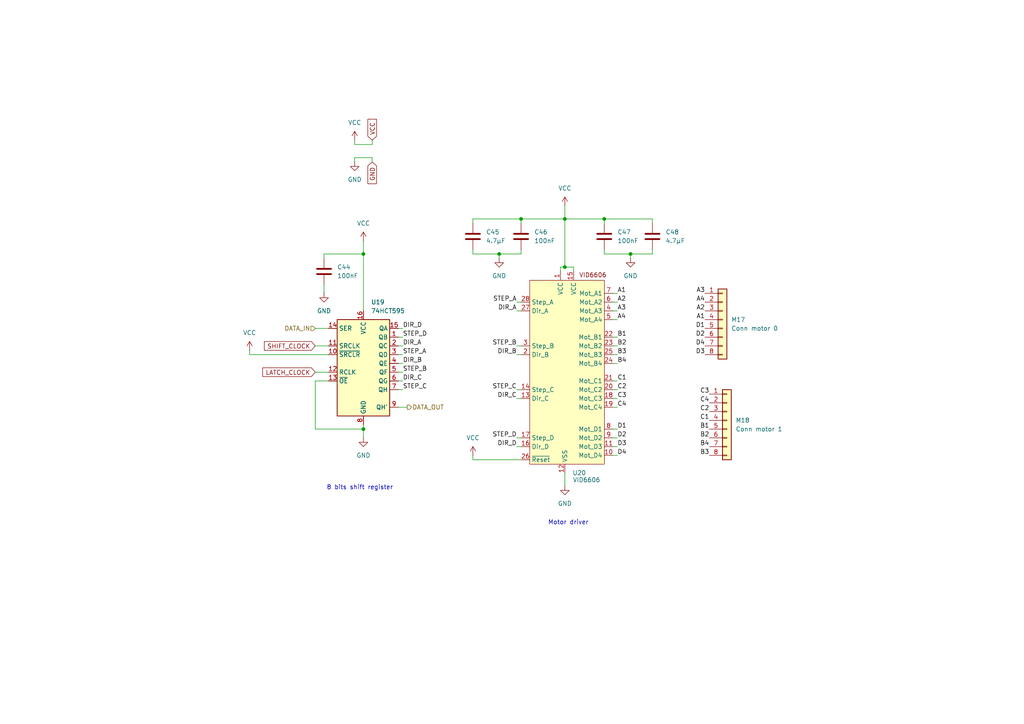
<source format=kicad_sch>
(kicad_sch
	(version 20250114)
	(generator "eeschema")
	(generator_version "9.0")
	(uuid "ed449512-ce52-4371-8549-9f3be3401935")
	(paper "A4")
	(title_block
		(title "Clockclock")
		(date "2025-02-27")
		(rev "v2.1")
	)
	(lib_symbols
		(symbol "74xx:74HCT595"
			(exclude_from_sim no)
			(in_bom yes)
			(on_board yes)
			(property "Reference" "U"
				(at -7.62 13.97 0)
				(effects
					(font
						(size 1.27 1.27)
					)
				)
			)
			(property "Value" "74HCT595"
				(at -7.62 -16.51 0)
				(effects
					(font
						(size 1.27 1.27)
					)
				)
			)
			(property "Footprint" ""
				(at 0 0 0)
				(effects
					(font
						(size 1.27 1.27)
					)
					(hide yes)
				)
			)
			(property "Datasheet" "https://assets.nexperia.com/documents/data-sheet/74HC_HCT595.pdf"
				(at 0 0 0)
				(effects
					(font
						(size 1.27 1.27)
					)
					(hide yes)
				)
			)
			(property "Description" "8-bit serial in/out Shift Register 3-State Outputs"
				(at 0 0 0)
				(effects
					(font
						(size 1.27 1.27)
					)
					(hide yes)
				)
			)
			(property "ki_keywords" "HCTMOS SR 3State"
				(at 0 0 0)
				(effects
					(font
						(size 1.27 1.27)
					)
					(hide yes)
				)
			)
			(property "ki_fp_filters" "DIP*W7.62mm* SOIC*3.9x9.9mm*P1.27mm* TSSOP*4.4x5mm*P0.65mm* SOIC*5.3x10.2mm*P1.27mm* SOIC*7.5x10.3mm*P1.27mm*"
				(at 0 0 0)
				(effects
					(font
						(size 1.27 1.27)
					)
					(hide yes)
				)
			)
			(symbol "74HCT595_1_0"
				(pin input line
					(at -10.16 10.16 0)
					(length 2.54)
					(name "SER"
						(effects
							(font
								(size 1.27 1.27)
							)
						)
					)
					(number "14"
						(effects
							(font
								(size 1.27 1.27)
							)
						)
					)
				)
				(pin input line
					(at -10.16 5.08 0)
					(length 2.54)
					(name "SRCLK"
						(effects
							(font
								(size 1.27 1.27)
							)
						)
					)
					(number "11"
						(effects
							(font
								(size 1.27 1.27)
							)
						)
					)
				)
				(pin input line
					(at -10.16 2.54 0)
					(length 2.54)
					(name "~{SRCLR}"
						(effects
							(font
								(size 1.27 1.27)
							)
						)
					)
					(number "10"
						(effects
							(font
								(size 1.27 1.27)
							)
						)
					)
				)
				(pin input line
					(at -10.16 -2.54 0)
					(length 2.54)
					(name "RCLK"
						(effects
							(font
								(size 1.27 1.27)
							)
						)
					)
					(number "12"
						(effects
							(font
								(size 1.27 1.27)
							)
						)
					)
				)
				(pin input line
					(at -10.16 -5.08 0)
					(length 2.54)
					(name "~{OE}"
						(effects
							(font
								(size 1.27 1.27)
							)
						)
					)
					(number "13"
						(effects
							(font
								(size 1.27 1.27)
							)
						)
					)
				)
				(pin power_in line
					(at 0 15.24 270)
					(length 2.54)
					(name "VCC"
						(effects
							(font
								(size 1.27 1.27)
							)
						)
					)
					(number "16"
						(effects
							(font
								(size 1.27 1.27)
							)
						)
					)
				)
				(pin power_in line
					(at 0 -17.78 90)
					(length 2.54)
					(name "GND"
						(effects
							(font
								(size 1.27 1.27)
							)
						)
					)
					(number "8"
						(effects
							(font
								(size 1.27 1.27)
							)
						)
					)
				)
				(pin tri_state line
					(at 10.16 10.16 180)
					(length 2.54)
					(name "QA"
						(effects
							(font
								(size 1.27 1.27)
							)
						)
					)
					(number "15"
						(effects
							(font
								(size 1.27 1.27)
							)
						)
					)
				)
				(pin tri_state line
					(at 10.16 7.62 180)
					(length 2.54)
					(name "QB"
						(effects
							(font
								(size 1.27 1.27)
							)
						)
					)
					(number "1"
						(effects
							(font
								(size 1.27 1.27)
							)
						)
					)
				)
				(pin tri_state line
					(at 10.16 5.08 180)
					(length 2.54)
					(name "QC"
						(effects
							(font
								(size 1.27 1.27)
							)
						)
					)
					(number "2"
						(effects
							(font
								(size 1.27 1.27)
							)
						)
					)
				)
				(pin tri_state line
					(at 10.16 2.54 180)
					(length 2.54)
					(name "QD"
						(effects
							(font
								(size 1.27 1.27)
							)
						)
					)
					(number "3"
						(effects
							(font
								(size 1.27 1.27)
							)
						)
					)
				)
				(pin tri_state line
					(at 10.16 0 180)
					(length 2.54)
					(name "QE"
						(effects
							(font
								(size 1.27 1.27)
							)
						)
					)
					(number "4"
						(effects
							(font
								(size 1.27 1.27)
							)
						)
					)
				)
				(pin tri_state line
					(at 10.16 -2.54 180)
					(length 2.54)
					(name "QF"
						(effects
							(font
								(size 1.27 1.27)
							)
						)
					)
					(number "5"
						(effects
							(font
								(size 1.27 1.27)
							)
						)
					)
				)
				(pin tri_state line
					(at 10.16 -5.08 180)
					(length 2.54)
					(name "QG"
						(effects
							(font
								(size 1.27 1.27)
							)
						)
					)
					(number "6"
						(effects
							(font
								(size 1.27 1.27)
							)
						)
					)
				)
				(pin tri_state line
					(at 10.16 -7.62 180)
					(length 2.54)
					(name "QH"
						(effects
							(font
								(size 1.27 1.27)
							)
						)
					)
					(number "7"
						(effects
							(font
								(size 1.27 1.27)
							)
						)
					)
				)
				(pin output line
					(at 10.16 -12.7 180)
					(length 2.54)
					(name "QH'"
						(effects
							(font
								(size 1.27 1.27)
							)
						)
					)
					(number "9"
						(effects
							(font
								(size 1.27 1.27)
							)
						)
					)
				)
			)
			(symbol "74HCT595_1_1"
				(rectangle
					(start -7.62 12.7)
					(end 7.62 -15.24)
					(stroke
						(width 0.254)
						(type default)
					)
					(fill
						(type background)
					)
				)
			)
			(embedded_fonts no)
		)
		(symbol "Connector_Generic:Conn_01x08"
			(pin_names
				(offset 1.016)
				(hide yes)
			)
			(exclude_from_sim no)
			(in_bom yes)
			(on_board yes)
			(property "Reference" "J"
				(at 0 10.16 0)
				(effects
					(font
						(size 1.27 1.27)
					)
				)
			)
			(property "Value" "Conn_01x08"
				(at 0 -12.7 0)
				(effects
					(font
						(size 1.27 1.27)
					)
				)
			)
			(property "Footprint" ""
				(at 0 0 0)
				(effects
					(font
						(size 1.27 1.27)
					)
					(hide yes)
				)
			)
			(property "Datasheet" "~"
				(at 0 0 0)
				(effects
					(font
						(size 1.27 1.27)
					)
					(hide yes)
				)
			)
			(property "Description" "Generic connector, single row, 01x08, script generated (kicad-library-utils/schlib/autogen/connector/)"
				(at 0 0 0)
				(effects
					(font
						(size 1.27 1.27)
					)
					(hide yes)
				)
			)
			(property "ki_keywords" "connector"
				(at 0 0 0)
				(effects
					(font
						(size 1.27 1.27)
					)
					(hide yes)
				)
			)
			(property "ki_fp_filters" "Connector*:*_1x??_*"
				(at 0 0 0)
				(effects
					(font
						(size 1.27 1.27)
					)
					(hide yes)
				)
			)
			(symbol "Conn_01x08_1_1"
				(rectangle
					(start -1.27 8.89)
					(end 1.27 -11.43)
					(stroke
						(width 0.254)
						(type default)
					)
					(fill
						(type background)
					)
				)
				(rectangle
					(start -1.27 7.747)
					(end 0 7.493)
					(stroke
						(width 0.1524)
						(type default)
					)
					(fill
						(type none)
					)
				)
				(rectangle
					(start -1.27 5.207)
					(end 0 4.953)
					(stroke
						(width 0.1524)
						(type default)
					)
					(fill
						(type none)
					)
				)
				(rectangle
					(start -1.27 2.667)
					(end 0 2.413)
					(stroke
						(width 0.1524)
						(type default)
					)
					(fill
						(type none)
					)
				)
				(rectangle
					(start -1.27 0.127)
					(end 0 -0.127)
					(stroke
						(width 0.1524)
						(type default)
					)
					(fill
						(type none)
					)
				)
				(rectangle
					(start -1.27 -2.413)
					(end 0 -2.667)
					(stroke
						(width 0.1524)
						(type default)
					)
					(fill
						(type none)
					)
				)
				(rectangle
					(start -1.27 -4.953)
					(end 0 -5.207)
					(stroke
						(width 0.1524)
						(type default)
					)
					(fill
						(type none)
					)
				)
				(rectangle
					(start -1.27 -7.493)
					(end 0 -7.747)
					(stroke
						(width 0.1524)
						(type default)
					)
					(fill
						(type none)
					)
				)
				(rectangle
					(start -1.27 -10.033)
					(end 0 -10.287)
					(stroke
						(width 0.1524)
						(type default)
					)
					(fill
						(type none)
					)
				)
				(pin passive line
					(at -5.08 7.62 0)
					(length 3.81)
					(name "Pin_1"
						(effects
							(font
								(size 1.27 1.27)
							)
						)
					)
					(number "1"
						(effects
							(font
								(size 1.27 1.27)
							)
						)
					)
				)
				(pin passive line
					(at -5.08 5.08 0)
					(length 3.81)
					(name "Pin_2"
						(effects
							(font
								(size 1.27 1.27)
							)
						)
					)
					(number "2"
						(effects
							(font
								(size 1.27 1.27)
							)
						)
					)
				)
				(pin passive line
					(at -5.08 2.54 0)
					(length 3.81)
					(name "Pin_3"
						(effects
							(font
								(size 1.27 1.27)
							)
						)
					)
					(number "3"
						(effects
							(font
								(size 1.27 1.27)
							)
						)
					)
				)
				(pin passive line
					(at -5.08 0 0)
					(length 3.81)
					(name "Pin_4"
						(effects
							(font
								(size 1.27 1.27)
							)
						)
					)
					(number "4"
						(effects
							(font
								(size 1.27 1.27)
							)
						)
					)
				)
				(pin passive line
					(at -5.08 -2.54 0)
					(length 3.81)
					(name "Pin_5"
						(effects
							(font
								(size 1.27 1.27)
							)
						)
					)
					(number "5"
						(effects
							(font
								(size 1.27 1.27)
							)
						)
					)
				)
				(pin passive line
					(at -5.08 -5.08 0)
					(length 3.81)
					(name "Pin_6"
						(effects
							(font
								(size 1.27 1.27)
							)
						)
					)
					(number "6"
						(effects
							(font
								(size 1.27 1.27)
							)
						)
					)
				)
				(pin passive line
					(at -5.08 -7.62 0)
					(length 3.81)
					(name "Pin_7"
						(effects
							(font
								(size 1.27 1.27)
							)
						)
					)
					(number "7"
						(effects
							(font
								(size 1.27 1.27)
							)
						)
					)
				)
				(pin passive line
					(at -5.08 -10.16 0)
					(length 3.81)
					(name "Pin_8"
						(effects
							(font
								(size 1.27 1.27)
							)
						)
					)
					(number "8"
						(effects
							(font
								(size 1.27 1.27)
							)
						)
					)
				)
			)
			(embedded_fonts no)
		)
		(symbol "Device:C"
			(pin_numbers
				(hide yes)
			)
			(pin_names
				(offset 0.254)
			)
			(exclude_from_sim no)
			(in_bom yes)
			(on_board yes)
			(property "Reference" "C"
				(at 0.635 2.54 0)
				(effects
					(font
						(size 1.27 1.27)
					)
					(justify left)
				)
			)
			(property "Value" "C"
				(at 0.635 -2.54 0)
				(effects
					(font
						(size 1.27 1.27)
					)
					(justify left)
				)
			)
			(property "Footprint" ""
				(at 0.9652 -3.81 0)
				(effects
					(font
						(size 1.27 1.27)
					)
					(hide yes)
				)
			)
			(property "Datasheet" "~"
				(at 0 0 0)
				(effects
					(font
						(size 1.27 1.27)
					)
					(hide yes)
				)
			)
			(property "Description" "Unpolarized capacitor"
				(at 0 0 0)
				(effects
					(font
						(size 1.27 1.27)
					)
					(hide yes)
				)
			)
			(property "ki_keywords" "cap capacitor"
				(at 0 0 0)
				(effects
					(font
						(size 1.27 1.27)
					)
					(hide yes)
				)
			)
			(property "ki_fp_filters" "C_*"
				(at 0 0 0)
				(effects
					(font
						(size 1.27 1.27)
					)
					(hide yes)
				)
			)
			(symbol "C_0_1"
				(polyline
					(pts
						(xy -2.032 0.762) (xy 2.032 0.762)
					)
					(stroke
						(width 0.508)
						(type default)
					)
					(fill
						(type none)
					)
				)
				(polyline
					(pts
						(xy -2.032 -0.762) (xy 2.032 -0.762)
					)
					(stroke
						(width 0.508)
						(type default)
					)
					(fill
						(type none)
					)
				)
			)
			(symbol "C_1_1"
				(pin passive line
					(at 0 3.81 270)
					(length 2.794)
					(name "~"
						(effects
							(font
								(size 1.27 1.27)
							)
						)
					)
					(number "1"
						(effects
							(font
								(size 1.27 1.27)
							)
						)
					)
				)
				(pin passive line
					(at 0 -3.81 90)
					(length 2.794)
					(name "~"
						(effects
							(font
								(size 1.27 1.27)
							)
						)
					)
					(number "2"
						(effects
							(font
								(size 1.27 1.27)
							)
						)
					)
				)
			)
			(embedded_fonts no)
		)
		(symbol "perso:VID6606"
			(exclude_from_sim no)
			(in_bom yes)
			(on_board yes)
			(property "Reference" "U"
				(at 5.842 -35.052 0)
				(effects
					(font
						(size 1.27 1.27)
					)
				)
			)
			(property "Value" ""
				(at 2.54 0 0)
				(effects
					(font
						(size 1.27 1.27)
					)
				)
			)
			(property "Footprint" "Package_SO:SOP-28_8.4x18.16mm_P1.27mm"
				(at 0.254 -44.45 0)
				(effects
					(font
						(size 1.27 1.27)
					)
					(hide yes)
				)
			)
			(property "Datasheet" "https://e2e.ti.com/cfs-file/__key/communityserver-discussions-components-files/38/VID6606-Spec.pdf"
				(at 5.334 -40.64 0)
				(effects
					(font
						(size 1.27 1.27)
					)
					(hide yes)
				)
			)
			(property "Description" "Also X.12.017"
				(at 11.176 -38.1 0)
				(effects
					(font
						(size 1.27 1.27)
					)
					(hide yes)
				)
			)
			(symbol "VID6606_1_1"
				(rectangle
					(start -10.16 20.32)
					(end 11.43 -33.02)
					(stroke
						(width 0)
						(type default)
					)
					(fill
						(type background)
					)
				)
				(text "VID6606"
					(at 8.128 21.844 0)
					(effects
						(font
							(size 1.27 1.27)
						)
					)
				)
				(pin input line
					(at -12.7 13.97 0)
					(length 2.54)
					(name "Step_A"
						(effects
							(font
								(size 1.27 1.27)
							)
						)
					)
					(number "28"
						(effects
							(font
								(size 1.27 1.27)
							)
						)
					)
				)
				(pin input line
					(at -12.7 11.43 0)
					(length 2.54)
					(name "Dir_A"
						(effects
							(font
								(size 1.27 1.27)
							)
						)
					)
					(number "27"
						(effects
							(font
								(size 1.27 1.27)
							)
						)
					)
				)
				(pin input line
					(at -12.7 1.27 0)
					(length 2.54)
					(name "Step_B"
						(effects
							(font
								(size 1.27 1.27)
							)
						)
					)
					(number "3"
						(effects
							(font
								(size 1.27 1.27)
							)
						)
					)
				)
				(pin input line
					(at -12.7 -1.27 0)
					(length 2.54)
					(name "Dir_B"
						(effects
							(font
								(size 1.27 1.27)
							)
						)
					)
					(number "2"
						(effects
							(font
								(size 1.27 1.27)
							)
						)
					)
				)
				(pin input line
					(at -12.7 -11.43 0)
					(length 2.54)
					(name "Step_C"
						(effects
							(font
								(size 1.27 1.27)
							)
						)
					)
					(number "14"
						(effects
							(font
								(size 1.27 1.27)
							)
						)
					)
				)
				(pin input line
					(at -12.7 -13.97 0)
					(length 2.54)
					(name "Dir_C"
						(effects
							(font
								(size 1.27 1.27)
							)
						)
					)
					(number "13"
						(effects
							(font
								(size 1.27 1.27)
							)
						)
					)
				)
				(pin input line
					(at -12.7 -25.4 0)
					(length 2.54)
					(name "Step_D"
						(effects
							(font
								(size 1.27 1.27)
							)
						)
					)
					(number "17"
						(effects
							(font
								(size 1.27 1.27)
							)
						)
					)
				)
				(pin input line
					(at -12.7 -27.94 0)
					(length 2.54)
					(name "Dir_D"
						(effects
							(font
								(size 1.27 1.27)
							)
						)
					)
					(number "16"
						(effects
							(font
								(size 1.27 1.27)
							)
						)
					)
				)
				(pin input line
					(at -12.7 -31.75 0)
					(length 2.54)
					(name "~{Reset}"
						(effects
							(font
								(size 1.27 1.27)
							)
						)
					)
					(number "26"
						(effects
							(font
								(size 1.27 1.27)
							)
						)
					)
				)
				(pin power_in line
					(at -1.27 22.86 270)
					(length 2.54)
					(name "VCC"
						(effects
							(font
								(size 1.27 1.27)
							)
						)
					)
					(number "1"
						(effects
							(font
								(size 1.27 1.27)
							)
						)
					)
				)
				(pin power_in line
					(at 0 -35.56 90)
					(length 2.54)
					(name "VSS"
						(effects
							(font
								(size 1.27 1.27)
							)
						)
					)
					(number "12"
						(effects
							(font
								(size 1.27 1.27)
							)
						)
					)
				)
				(pin power_in line
					(at 2.54 22.86 270)
					(length 2.54)
					(name "VCC"
						(effects
							(font
								(size 1.27 1.27)
							)
						)
					)
					(number "15"
						(effects
							(font
								(size 1.27 1.27)
							)
						)
					)
				)
				(pin output line
					(at 13.97 16.51 180)
					(length 2.54)
					(name "Mot_A1"
						(effects
							(font
								(size 1.27 1.27)
							)
						)
					)
					(number "7"
						(effects
							(font
								(size 1.27 1.27)
							)
						)
					)
				)
				(pin output line
					(at 13.97 13.97 180)
					(length 2.54)
					(name "Mot_A2"
						(effects
							(font
								(size 1.27 1.27)
							)
						)
					)
					(number "6"
						(effects
							(font
								(size 1.27 1.27)
							)
						)
					)
				)
				(pin output line
					(at 13.97 11.43 180)
					(length 2.54)
					(name "Mot_A3"
						(effects
							(font
								(size 1.27 1.27)
							)
						)
					)
					(number "4"
						(effects
							(font
								(size 1.27 1.27)
							)
						)
					)
				)
				(pin output line
					(at 13.97 8.89 180)
					(length 2.54)
					(name "Mot_A4"
						(effects
							(font
								(size 1.27 1.27)
							)
						)
					)
					(number "5"
						(effects
							(font
								(size 1.27 1.27)
							)
						)
					)
				)
				(pin output line
					(at 13.97 3.81 180)
					(length 2.54)
					(name "Mot_B1"
						(effects
							(font
								(size 1.27 1.27)
							)
						)
					)
					(number "22"
						(effects
							(font
								(size 1.27 1.27)
							)
						)
					)
				)
				(pin output line
					(at 13.97 1.27 180)
					(length 2.54)
					(name "Mot_B2"
						(effects
							(font
								(size 1.27 1.27)
							)
						)
					)
					(number "23"
						(effects
							(font
								(size 1.27 1.27)
							)
						)
					)
				)
				(pin output line
					(at 13.97 -1.27 180)
					(length 2.54)
					(name "Mot_B3"
						(effects
							(font
								(size 1.27 1.27)
							)
						)
					)
					(number "25"
						(effects
							(font
								(size 1.27 1.27)
							)
						)
					)
				)
				(pin output line
					(at 13.97 -3.81 180)
					(length 2.54)
					(name "Mot_B4"
						(effects
							(font
								(size 1.27 1.27)
							)
						)
					)
					(number "24"
						(effects
							(font
								(size 1.27 1.27)
							)
						)
					)
				)
				(pin output line
					(at 13.97 -8.89 180)
					(length 2.54)
					(name "Mot_C1"
						(effects
							(font
								(size 1.27 1.27)
							)
						)
					)
					(number "21"
						(effects
							(font
								(size 1.27 1.27)
							)
						)
					)
				)
				(pin output line
					(at 13.97 -11.43 180)
					(length 2.54)
					(name "Mot_C2"
						(effects
							(font
								(size 1.27 1.27)
							)
						)
					)
					(number "20"
						(effects
							(font
								(size 1.27 1.27)
							)
						)
					)
				)
				(pin output line
					(at 13.97 -13.97 180)
					(length 2.54)
					(name "Mot_C3"
						(effects
							(font
								(size 1.27 1.27)
							)
						)
					)
					(number "18"
						(effects
							(font
								(size 1.27 1.27)
							)
						)
					)
				)
				(pin output line
					(at 13.97 -16.51 180)
					(length 2.54)
					(name "Mot_C4"
						(effects
							(font
								(size 1.27 1.27)
							)
						)
					)
					(number "19"
						(effects
							(font
								(size 1.27 1.27)
							)
						)
					)
				)
				(pin output line
					(at 13.97 -22.86 180)
					(length 2.54)
					(name "Mot_D1"
						(effects
							(font
								(size 1.27 1.27)
							)
						)
					)
					(number "8"
						(effects
							(font
								(size 1.27 1.27)
							)
						)
					)
				)
				(pin output line
					(at 13.97 -25.4 180)
					(length 2.54)
					(name "Mot_D2"
						(effects
							(font
								(size 1.27 1.27)
							)
						)
					)
					(number "9"
						(effects
							(font
								(size 1.27 1.27)
							)
						)
					)
				)
				(pin output line
					(at 13.97 -27.94 180)
					(length 2.54)
					(name "Mot_D3"
						(effects
							(font
								(size 1.27 1.27)
							)
						)
					)
					(number "11"
						(effects
							(font
								(size 1.27 1.27)
							)
						)
					)
				)
				(pin output line
					(at 13.97 -30.48 180)
					(length 2.54)
					(name "Mot_D4"
						(effects
							(font
								(size 1.27 1.27)
							)
						)
					)
					(number "10"
						(effects
							(font
								(size 1.27 1.27)
							)
						)
					)
				)
			)
			(embedded_fonts no)
		)
		(symbol "power:GND"
			(power)
			(pin_numbers
				(hide yes)
			)
			(pin_names
				(offset 0)
				(hide yes)
			)
			(exclude_from_sim no)
			(in_bom yes)
			(on_board yes)
			(property "Reference" "#PWR"
				(at 0 -6.35 0)
				(effects
					(font
						(size 1.27 1.27)
					)
					(hide yes)
				)
			)
			(property "Value" "GND"
				(at 0 -3.81 0)
				(effects
					(font
						(size 1.27 1.27)
					)
				)
			)
			(property "Footprint" ""
				(at 0 0 0)
				(effects
					(font
						(size 1.27 1.27)
					)
					(hide yes)
				)
			)
			(property "Datasheet" ""
				(at 0 0 0)
				(effects
					(font
						(size 1.27 1.27)
					)
					(hide yes)
				)
			)
			(property "Description" "Power symbol creates a global label with name \"GND\" , ground"
				(at 0 0 0)
				(effects
					(font
						(size 1.27 1.27)
					)
					(hide yes)
				)
			)
			(property "ki_keywords" "global power"
				(at 0 0 0)
				(effects
					(font
						(size 1.27 1.27)
					)
					(hide yes)
				)
			)
			(symbol "GND_0_1"
				(polyline
					(pts
						(xy 0 0) (xy 0 -1.27) (xy 1.27 -1.27) (xy 0 -2.54) (xy -1.27 -1.27) (xy 0 -1.27)
					)
					(stroke
						(width 0)
						(type default)
					)
					(fill
						(type none)
					)
				)
			)
			(symbol "GND_1_1"
				(pin power_in line
					(at 0 0 270)
					(length 0)
					(name "~"
						(effects
							(font
								(size 1.27 1.27)
							)
						)
					)
					(number "1"
						(effects
							(font
								(size 1.27 1.27)
							)
						)
					)
				)
			)
			(embedded_fonts no)
		)
		(symbol "power:VCC"
			(power)
			(pin_numbers
				(hide yes)
			)
			(pin_names
				(offset 0)
				(hide yes)
			)
			(exclude_from_sim no)
			(in_bom yes)
			(on_board yes)
			(property "Reference" "#PWR"
				(at 0 -3.81 0)
				(effects
					(font
						(size 1.27 1.27)
					)
					(hide yes)
				)
			)
			(property "Value" "VCC"
				(at 0 3.556 0)
				(effects
					(font
						(size 1.27 1.27)
					)
				)
			)
			(property "Footprint" ""
				(at 0 0 0)
				(effects
					(font
						(size 1.27 1.27)
					)
					(hide yes)
				)
			)
			(property "Datasheet" ""
				(at 0 0 0)
				(effects
					(font
						(size 1.27 1.27)
					)
					(hide yes)
				)
			)
			(property "Description" "Power symbol creates a global label with name \"VCC\""
				(at 0 0 0)
				(effects
					(font
						(size 1.27 1.27)
					)
					(hide yes)
				)
			)
			(property "ki_keywords" "global power"
				(at 0 0 0)
				(effects
					(font
						(size 1.27 1.27)
					)
					(hide yes)
				)
			)
			(symbol "VCC_0_1"
				(polyline
					(pts
						(xy -0.762 1.27) (xy 0 2.54)
					)
					(stroke
						(width 0)
						(type default)
					)
					(fill
						(type none)
					)
				)
				(polyline
					(pts
						(xy 0 2.54) (xy 0.762 1.27)
					)
					(stroke
						(width 0)
						(type default)
					)
					(fill
						(type none)
					)
				)
				(polyline
					(pts
						(xy 0 0) (xy 0 2.54)
					)
					(stroke
						(width 0)
						(type default)
					)
					(fill
						(type none)
					)
				)
			)
			(symbol "VCC_1_1"
				(pin power_in line
					(at 0 0 90)
					(length 0)
					(name "~"
						(effects
							(font
								(size 1.27 1.27)
							)
						)
					)
					(number "1"
						(effects
							(font
								(size 1.27 1.27)
							)
						)
					)
				)
			)
			(embedded_fonts no)
		)
	)
	(text "8 bits shift register"
		(exclude_from_sim no)
		(at 104.394 141.478 0)
		(effects
			(font
				(size 1.27 1.27)
			)
		)
		(uuid "5226fc98-8916-4d55-a3db-afda1916a6cc")
	)
	(text "Motor driver"
		(exclude_from_sim no)
		(at 164.846 151.638 0)
		(effects
			(font
				(size 1.27 1.27)
			)
		)
		(uuid "ca29e45e-67ae-4c45-bc59-a8207ec8c10e")
	)
	(junction
		(at 144.78 73.66)
		(diameter 0)
		(color 0 0 0 0)
		(uuid "00ec3f9b-194c-4ff7-99ad-22b6f6ad3918")
	)
	(junction
		(at 175.26 63.5)
		(diameter 0)
		(color 0 0 0 0)
		(uuid "3f49e866-4f73-404f-a652-4c08fe202b7c")
	)
	(junction
		(at 182.88 73.66)
		(diameter 0)
		(color 0 0 0 0)
		(uuid "4c79471a-1412-4aae-a24d-d5d29f6dbf75")
	)
	(junction
		(at 105.41 124.46)
		(diameter 0)
		(color 0 0 0 0)
		(uuid "7d6c8d9c-685b-40df-8714-f7f9dd5eff02")
	)
	(junction
		(at 163.83 63.5)
		(diameter 0)
		(color 0 0 0 0)
		(uuid "979c50cf-f5d7-4a31-a13a-a68faeb6318e")
	)
	(junction
		(at 151.13 63.5)
		(diameter 0)
		(color 0 0 0 0)
		(uuid "a58a28f7-0353-4b51-a861-d706cd701605")
	)
	(junction
		(at 163.83 77.47)
		(diameter 0)
		(color 0 0 0 0)
		(uuid "e9a1a7ec-64cb-4b5c-8fbf-d03c922ebf6a")
	)
	(junction
		(at 105.41 73.66)
		(diameter 0)
		(color 0 0 0 0)
		(uuid "ebd3469b-98fe-411e-967d-a5950e9315c9")
	)
	(wire
		(pts
			(xy 102.87 40.64) (xy 102.87 41.91)
		)
		(stroke
			(width 0)
			(type default)
		)
		(uuid "027f476f-c0ea-418c-990e-d2cc729916b1")
	)
	(wire
		(pts
			(xy 137.16 73.66) (xy 144.78 73.66)
		)
		(stroke
			(width 0)
			(type default)
		)
		(uuid "04fa86bf-9eca-4774-8bd5-b94f68079c2c")
	)
	(wire
		(pts
			(xy 105.41 73.66) (xy 105.41 90.17)
		)
		(stroke
			(width 0)
			(type default)
		)
		(uuid "0a3f08db-964f-4937-890c-bf33d35089e4")
	)
	(wire
		(pts
			(xy 177.8 90.17) (xy 179.07 90.17)
		)
		(stroke
			(width 0)
			(type default)
		)
		(uuid "0ddc1a6e-a7b0-4f95-a45c-bed4e202c29f")
	)
	(wire
		(pts
			(xy 144.78 73.66) (xy 144.78 74.93)
		)
		(stroke
			(width 0)
			(type default)
		)
		(uuid "0ea31f4d-9f9c-4a9c-a6bf-7771c9e61c75")
	)
	(wire
		(pts
			(xy 93.98 82.55) (xy 93.98 85.09)
		)
		(stroke
			(width 0)
			(type default)
		)
		(uuid "129ade2e-f12c-437c-bd8b-033627afd6ef")
	)
	(wire
		(pts
			(xy 175.26 72.39) (xy 175.26 73.66)
		)
		(stroke
			(width 0)
			(type default)
		)
		(uuid "12a7ee8c-c410-4113-b522-fc2dcf4bfe63")
	)
	(wire
		(pts
			(xy 93.98 73.66) (xy 105.41 73.66)
		)
		(stroke
			(width 0)
			(type default)
		)
		(uuid "2085d663-5229-4351-aced-385bd56c055e")
	)
	(wire
		(pts
			(xy 149.86 115.57) (xy 151.13 115.57)
		)
		(stroke
			(width 0)
			(type default)
		)
		(uuid "233abbe7-aa3b-4967-995c-bde9cb7f8e51")
	)
	(wire
		(pts
			(xy 175.26 63.5) (xy 163.83 63.5)
		)
		(stroke
			(width 0)
			(type default)
		)
		(uuid "246879e4-21b4-4fca-a67e-b64f0948dfaf")
	)
	(wire
		(pts
			(xy 177.8 97.79) (xy 179.07 97.79)
		)
		(stroke
			(width 0)
			(type default)
		)
		(uuid "248b91ad-8cd3-4ac6-8b09-7daac119ac68")
	)
	(wire
		(pts
			(xy 116.84 102.87) (xy 115.57 102.87)
		)
		(stroke
			(width 0)
			(type default)
		)
		(uuid "2581446a-1a2d-4db2-bd82-7da3039f02da")
	)
	(wire
		(pts
			(xy 163.83 63.5) (xy 163.83 59.69)
		)
		(stroke
			(width 0)
			(type default)
		)
		(uuid "28061af3-b291-474d-b464-20c3ef963abe")
	)
	(wire
		(pts
			(xy 151.13 63.5) (xy 163.83 63.5)
		)
		(stroke
			(width 0)
			(type default)
		)
		(uuid "294c2cf8-0e52-4bc8-b623-86d7c9574a2f")
	)
	(wire
		(pts
			(xy 107.95 41.91) (xy 107.95 40.64)
		)
		(stroke
			(width 0)
			(type default)
		)
		(uuid "2cbe9b47-4c7c-4b4f-9c74-cff961be897b")
	)
	(wire
		(pts
			(xy 91.44 110.49) (xy 91.44 124.46)
		)
		(stroke
			(width 0)
			(type default)
		)
		(uuid "305d7428-77ea-441d-bd9e-6a8577d0431c")
	)
	(wire
		(pts
			(xy 116.84 107.95) (xy 115.57 107.95)
		)
		(stroke
			(width 0)
			(type default)
		)
		(uuid "30749eb3-1769-443a-a9b2-6097562fd9c9")
	)
	(wire
		(pts
			(xy 162.56 78.74) (xy 162.56 77.47)
		)
		(stroke
			(width 0)
			(type default)
		)
		(uuid "38592032-0b58-4f1b-9962-8a9155772311")
	)
	(wire
		(pts
			(xy 102.87 46.99) (xy 102.87 45.72)
		)
		(stroke
			(width 0)
			(type default)
		)
		(uuid "399d6818-2b57-4085-89dd-1974db79e177")
	)
	(wire
		(pts
			(xy 149.86 100.33) (xy 151.13 100.33)
		)
		(stroke
			(width 0)
			(type default)
		)
		(uuid "3b194deb-017f-444e-bc39-a846fd66cb35")
	)
	(wire
		(pts
			(xy 116.84 113.03) (xy 115.57 113.03)
		)
		(stroke
			(width 0)
			(type default)
		)
		(uuid "3bccfd24-7215-4602-a4ce-ebd0600d8e67")
	)
	(wire
		(pts
			(xy 149.86 87.63) (xy 151.13 87.63)
		)
		(stroke
			(width 0)
			(type default)
		)
		(uuid "41e4f03f-65f8-4773-b814-9b3ce4bb000a")
	)
	(wire
		(pts
			(xy 175.26 73.66) (xy 182.88 73.66)
		)
		(stroke
			(width 0)
			(type default)
		)
		(uuid "433976b7-bdca-4b77-b67b-3e6549064ee0")
	)
	(wire
		(pts
			(xy 151.13 63.5) (xy 151.13 64.77)
		)
		(stroke
			(width 0)
			(type default)
		)
		(uuid "4564d805-bc5a-4212-bccd-f2e674792972")
	)
	(wire
		(pts
			(xy 115.57 118.11) (xy 118.11 118.11)
		)
		(stroke
			(width 0)
			(type default)
		)
		(uuid "49a2e441-01db-40da-8e30-2b5a4db96903")
	)
	(wire
		(pts
			(xy 177.8 100.33) (xy 179.07 100.33)
		)
		(stroke
			(width 0)
			(type default)
		)
		(uuid "4c4a39ff-3d3a-4a1b-9f2d-a43871d1e5b6")
	)
	(wire
		(pts
			(xy 137.16 132.08) (xy 137.16 133.35)
		)
		(stroke
			(width 0)
			(type default)
		)
		(uuid "4ec52823-99bf-4025-9a9f-413521b525d4")
	)
	(wire
		(pts
			(xy 189.23 73.66) (xy 182.88 73.66)
		)
		(stroke
			(width 0)
			(type default)
		)
		(uuid "5175c737-79de-4aa4-9de3-985d01d7066f")
	)
	(wire
		(pts
			(xy 72.39 101.6) (xy 72.39 102.87)
		)
		(stroke
			(width 0)
			(type default)
		)
		(uuid "51e99d83-3f6c-4123-879f-0331805d081d")
	)
	(wire
		(pts
			(xy 177.8 102.87) (xy 179.07 102.87)
		)
		(stroke
			(width 0)
			(type default)
		)
		(uuid "522e91b3-2a76-4006-b0a4-f1e2879cae19")
	)
	(wire
		(pts
			(xy 166.37 78.74) (xy 166.37 77.47)
		)
		(stroke
			(width 0)
			(type default)
		)
		(uuid "566d3249-6f32-4c97-9fd8-a70e8962c49a")
	)
	(wire
		(pts
			(xy 137.16 64.77) (xy 137.16 63.5)
		)
		(stroke
			(width 0)
			(type default)
		)
		(uuid "57652522-2464-4827-b2b0-4f9c25f9da29")
	)
	(wire
		(pts
			(xy 149.86 127) (xy 151.13 127)
		)
		(stroke
			(width 0)
			(type default)
		)
		(uuid "59c072b7-4fd3-4903-9e59-c3fb25b07a64")
	)
	(wire
		(pts
			(xy 177.8 129.54) (xy 179.07 129.54)
		)
		(stroke
			(width 0)
			(type default)
		)
		(uuid "5ad1f715-8741-4bcd-b0d6-5c604a73d120")
	)
	(wire
		(pts
			(xy 151.13 72.39) (xy 151.13 73.66)
		)
		(stroke
			(width 0)
			(type default)
		)
		(uuid "6acfb115-04bb-44b9-a2fb-147e873158e7")
	)
	(wire
		(pts
			(xy 102.87 41.91) (xy 107.95 41.91)
		)
		(stroke
			(width 0)
			(type default)
		)
		(uuid "6bbba0e4-5c0e-4080-8dc1-101f72ef1681")
	)
	(wire
		(pts
			(xy 177.8 127) (xy 179.07 127)
		)
		(stroke
			(width 0)
			(type default)
		)
		(uuid "765552dc-0f32-45b1-9767-d556019d9ada")
	)
	(wire
		(pts
			(xy 149.86 113.03) (xy 151.13 113.03)
		)
		(stroke
			(width 0)
			(type default)
		)
		(uuid "778771fb-076b-4a26-973b-669d2c466b95")
	)
	(wire
		(pts
			(xy 137.16 63.5) (xy 151.13 63.5)
		)
		(stroke
			(width 0)
			(type default)
		)
		(uuid "7b6566f6-613e-4b49-990f-75122af6f1ad")
	)
	(wire
		(pts
			(xy 116.84 105.41) (xy 115.57 105.41)
		)
		(stroke
			(width 0)
			(type default)
		)
		(uuid "7e057e29-f0dc-455b-ad1d-d3c3a55a858e")
	)
	(wire
		(pts
			(xy 177.8 105.41) (xy 179.07 105.41)
		)
		(stroke
			(width 0)
			(type default)
		)
		(uuid "7f023128-fd2a-43a8-90a4-7e532fde52b3")
	)
	(wire
		(pts
			(xy 177.8 113.03) (xy 179.07 113.03)
		)
		(stroke
			(width 0)
			(type default)
		)
		(uuid "85920d63-e188-490f-b0ce-e242538b8831")
	)
	(wire
		(pts
			(xy 149.86 90.17) (xy 151.13 90.17)
		)
		(stroke
			(width 0)
			(type default)
		)
		(uuid "87f35a97-3bcc-4d79-bd43-abec2d0da8cc")
	)
	(wire
		(pts
			(xy 166.37 77.47) (xy 163.83 77.47)
		)
		(stroke
			(width 0)
			(type default)
		)
		(uuid "8809a674-f42e-4eff-9b28-2bf3cb7b3dda")
	)
	(wire
		(pts
			(xy 177.8 115.57) (xy 179.07 115.57)
		)
		(stroke
			(width 0)
			(type default)
		)
		(uuid "8a084939-4438-436e-98b9-74a8762210e0")
	)
	(wire
		(pts
			(xy 163.83 77.47) (xy 163.83 63.5)
		)
		(stroke
			(width 0)
			(type default)
		)
		(uuid "8b701c37-96b4-43c5-8624-bb108bc99946")
	)
	(wire
		(pts
			(xy 151.13 73.66) (xy 144.78 73.66)
		)
		(stroke
			(width 0)
			(type default)
		)
		(uuid "8ff12130-f821-4ed8-b2cb-8cbe64f49ce0")
	)
	(wire
		(pts
			(xy 189.23 72.39) (xy 189.23 73.66)
		)
		(stroke
			(width 0)
			(type default)
		)
		(uuid "900d0293-8149-4bd0-b126-8a1801c15663")
	)
	(wire
		(pts
			(xy 189.23 63.5) (xy 175.26 63.5)
		)
		(stroke
			(width 0)
			(type default)
		)
		(uuid "908b4fcc-e1ec-414c-9a36-9640409adc6f")
	)
	(wire
		(pts
			(xy 91.44 107.95) (xy 95.25 107.95)
		)
		(stroke
			(width 0)
			(type default)
		)
		(uuid "97f3db5c-a76a-4ad7-9622-fa194021a193")
	)
	(wire
		(pts
			(xy 177.8 85.09) (xy 179.07 85.09)
		)
		(stroke
			(width 0)
			(type default)
		)
		(uuid "9aa951b0-ff19-450a-8cb0-aa7be1da15a3")
	)
	(wire
		(pts
			(xy 91.44 100.33) (xy 95.25 100.33)
		)
		(stroke
			(width 0)
			(type default)
		)
		(uuid "a00390c6-e4f7-44d7-bfbe-07b0ba3a2f58")
	)
	(wire
		(pts
			(xy 162.56 77.47) (xy 163.83 77.47)
		)
		(stroke
			(width 0)
			(type default)
		)
		(uuid "a86f7d12-601f-4bae-945d-545821dc7cdc")
	)
	(wire
		(pts
			(xy 116.84 95.25) (xy 115.57 95.25)
		)
		(stroke
			(width 0)
			(type default)
		)
		(uuid "ac94812c-c774-4aec-80b4-3f6311efe766")
	)
	(wire
		(pts
			(xy 137.16 133.35) (xy 151.13 133.35)
		)
		(stroke
			(width 0)
			(type default)
		)
		(uuid "ae205a98-b44b-418f-b9dd-abde26e4a68d")
	)
	(wire
		(pts
			(xy 149.86 102.87) (xy 151.13 102.87)
		)
		(stroke
			(width 0)
			(type default)
		)
		(uuid "b12e679e-80ca-450d-b238-d7b3f5adb5cf")
	)
	(wire
		(pts
			(xy 105.41 123.19) (xy 105.41 124.46)
		)
		(stroke
			(width 0)
			(type default)
		)
		(uuid "b6d0c446-0aa2-4345-9ce0-526bf5430b0a")
	)
	(wire
		(pts
			(xy 105.41 69.85) (xy 105.41 73.66)
		)
		(stroke
			(width 0)
			(type default)
		)
		(uuid "bcd012da-108e-4ea1-ab27-10670a0a0ab2")
	)
	(wire
		(pts
			(xy 179.07 92.71) (xy 177.8 92.71)
		)
		(stroke
			(width 0)
			(type default)
		)
		(uuid "bce149b5-d186-418f-8747-525966834dd1")
	)
	(wire
		(pts
			(xy 105.41 124.46) (xy 105.41 127)
		)
		(stroke
			(width 0)
			(type default)
		)
		(uuid "becf0265-2b7b-4f62-8a47-9ed31e70301c")
	)
	(wire
		(pts
			(xy 177.8 132.08) (xy 179.07 132.08)
		)
		(stroke
			(width 0)
			(type default)
		)
		(uuid "c2b758ef-b654-4a05-bade-e6140e3b6db6")
	)
	(wire
		(pts
			(xy 177.8 124.46) (xy 179.07 124.46)
		)
		(stroke
			(width 0)
			(type default)
		)
		(uuid "c5a6164f-621e-4372-ac1f-59409c79ee98")
	)
	(wire
		(pts
			(xy 102.87 45.72) (xy 107.95 45.72)
		)
		(stroke
			(width 0)
			(type default)
		)
		(uuid "c8f28e70-63f9-4d35-a90f-0cf6657b551d")
	)
	(wire
		(pts
			(xy 163.83 137.16) (xy 163.83 140.97)
		)
		(stroke
			(width 0)
			(type default)
		)
		(uuid "c94c576c-dffa-4ff6-aa74-302a16070a7e")
	)
	(wire
		(pts
			(xy 149.86 129.54) (xy 151.13 129.54)
		)
		(stroke
			(width 0)
			(type default)
		)
		(uuid "caab4870-f4aa-4165-ba20-4d7999b30904")
	)
	(wire
		(pts
			(xy 116.84 110.49) (xy 115.57 110.49)
		)
		(stroke
			(width 0)
			(type default)
		)
		(uuid "cd61fd4f-54d5-4bda-b8e7-f1004210c505")
	)
	(wire
		(pts
			(xy 177.8 118.11) (xy 179.07 118.11)
		)
		(stroke
			(width 0)
			(type default)
		)
		(uuid "d48e01ac-9043-4e6d-98b5-b68a0726a7ff")
	)
	(wire
		(pts
			(xy 116.84 100.33) (xy 115.57 100.33)
		)
		(stroke
			(width 0)
			(type default)
		)
		(uuid "d51c4ee5-3bcd-4399-9495-545ad252bf8b")
	)
	(wire
		(pts
			(xy 91.44 124.46) (xy 105.41 124.46)
		)
		(stroke
			(width 0)
			(type default)
		)
		(uuid "d933aa53-89b8-4745-8278-3b0e45dea8ab")
	)
	(wire
		(pts
			(xy 95.25 110.49) (xy 91.44 110.49)
		)
		(stroke
			(width 0)
			(type default)
		)
		(uuid "d97d2f84-b868-4b4c-bec5-f8e38751ee8b")
	)
	(wire
		(pts
			(xy 175.26 64.77) (xy 175.26 63.5)
		)
		(stroke
			(width 0)
			(type default)
		)
		(uuid "db8a8636-c657-40f9-b351-fd3830bc8e98")
	)
	(wire
		(pts
			(xy 72.39 102.87) (xy 95.25 102.87)
		)
		(stroke
			(width 0)
			(type default)
		)
		(uuid "de13933e-2b4c-4e7e-b1d2-3e2d5ec46a65")
	)
	(wire
		(pts
			(xy 177.8 110.49) (xy 179.07 110.49)
		)
		(stroke
			(width 0)
			(type default)
		)
		(uuid "e7620532-101f-4aba-b7a3-5a173e2555bf")
	)
	(wire
		(pts
			(xy 91.44 95.25) (xy 95.25 95.25)
		)
		(stroke
			(width 0)
			(type default)
		)
		(uuid "e80be03d-2c74-4098-b4f1-cc8b4f138608")
	)
	(wire
		(pts
			(xy 189.23 64.77) (xy 189.23 63.5)
		)
		(stroke
			(width 0)
			(type default)
		)
		(uuid "f68963cd-0208-466c-a0a8-5d9782228297")
	)
	(wire
		(pts
			(xy 137.16 72.39) (xy 137.16 73.66)
		)
		(stroke
			(width 0)
			(type default)
		)
		(uuid "f6b6455a-fc6b-4d80-9a87-ed5615fc9830")
	)
	(wire
		(pts
			(xy 107.95 45.72) (xy 107.95 46.99)
		)
		(stroke
			(width 0)
			(type default)
		)
		(uuid "f75bf7ba-cc4e-4503-bcb0-1805405203bb")
	)
	(wire
		(pts
			(xy 177.8 87.63) (xy 179.07 87.63)
		)
		(stroke
			(width 0)
			(type default)
		)
		(uuid "fb70cd71-51b2-4380-ac15-4dd130a6cbf7")
	)
	(wire
		(pts
			(xy 182.88 73.66) (xy 182.88 74.93)
		)
		(stroke
			(width 0)
			(type default)
		)
		(uuid "fc675233-59a6-46b6-bede-37ec9076b4f3")
	)
	(wire
		(pts
			(xy 116.84 97.79) (xy 115.57 97.79)
		)
		(stroke
			(width 0)
			(type default)
		)
		(uuid "fdd0d7e6-6c79-4a3e-b14a-9247dee59f0c")
	)
	(wire
		(pts
			(xy 93.98 73.66) (xy 93.98 74.93)
		)
		(stroke
			(width 0)
			(type default)
		)
		(uuid "feccd76b-7b68-4e90-a756-1c15c2471997")
	)
	(label "DIR_B"
		(at 116.84 105.41 0)
		(effects
			(font
				(size 1.27 1.27)
			)
			(justify left bottom)
		)
		(uuid "02cd1fb2-596a-4b4f-8fe7-f2e544fa6cd8")
	)
	(label "C1"
		(at 179.07 110.49 0)
		(effects
			(font
				(size 1.27 1.27)
			)
			(justify left bottom)
		)
		(uuid "150f6ae7-645b-4a92-95d6-2a64076adba2")
	)
	(label "A2"
		(at 179.07 87.63 0)
		(effects
			(font
				(size 1.27 1.27)
			)
			(justify left bottom)
		)
		(uuid "1534da90-075e-4055-a295-c57a7589d834")
	)
	(label "B2"
		(at 205.74 127 180)
		(effects
			(font
				(size 1.27 1.27)
			)
			(justify right bottom)
		)
		(uuid "1644397a-d5c4-4f7a-a979-408651bb6424")
	)
	(label "C4"
		(at 205.74 116.84 180)
		(effects
			(font
				(size 1.27 1.27)
			)
			(justify right bottom)
		)
		(uuid "1ade0be6-57d6-46ae-9af4-49d176bba700")
	)
	(label "STEP_A"
		(at 149.86 87.63 180)
		(effects
			(font
				(size 1.27 1.27)
			)
			(justify right bottom)
		)
		(uuid "1fc2d83e-3775-4663-b8a3-1ea5eefb61af")
	)
	(label "D4"
		(at 204.47 100.33 180)
		(effects
			(font
				(size 1.27 1.27)
			)
			(justify right bottom)
		)
		(uuid "20916e01-956c-4ed6-ab97-50f117a085ff")
	)
	(label "STEP_C"
		(at 116.84 113.03 0)
		(effects
			(font
				(size 1.27 1.27)
			)
			(justify left bottom)
		)
		(uuid "2546a26a-d2bb-4a86-9f11-2f69fae83162")
	)
	(label "D1"
		(at 204.47 95.25 180)
		(effects
			(font
				(size 1.27 1.27)
			)
			(justify right bottom)
		)
		(uuid "2b7f0b27-fe05-4d3c-bc8b-c67ff5abd2a1")
	)
	(label "C3"
		(at 205.74 114.3 180)
		(effects
			(font
				(size 1.27 1.27)
			)
			(justify right bottom)
		)
		(uuid "302b55b1-292b-48d8-aad3-2e22045f4663")
	)
	(label "B1"
		(at 179.07 97.79 0)
		(effects
			(font
				(size 1.27 1.27)
			)
			(justify left bottom)
		)
		(uuid "3b4cca69-d93a-425f-abba-356ae19ae2f5")
	)
	(label "DIR_D"
		(at 149.86 129.54 180)
		(effects
			(font
				(size 1.27 1.27)
			)
			(justify right bottom)
		)
		(uuid "3ffa6710-d3b6-4185-830d-b5c94b46d698")
	)
	(label "D1"
		(at 179.07 124.46 0)
		(effects
			(font
				(size 1.27 1.27)
			)
			(justify left bottom)
		)
		(uuid "4209641b-5b09-4344-a65e-c1039bac8c64")
	)
	(label "D2"
		(at 204.47 97.79 180)
		(effects
			(font
				(size 1.27 1.27)
			)
			(justify right bottom)
		)
		(uuid "47979bd5-efa1-444b-b2bf-7b0452043f9b")
	)
	(label "B4"
		(at 179.07 105.41 0)
		(effects
			(font
				(size 1.27 1.27)
			)
			(justify left bottom)
		)
		(uuid "497016c8-e786-417a-a9ee-254cbbd4858b")
	)
	(label "DIR_D"
		(at 116.84 95.25 0)
		(effects
			(font
				(size 1.27 1.27)
			)
			(justify left bottom)
		)
		(uuid "4d7658dc-3ea5-4f09-9e42-53c1d85fca35")
	)
	(label "A1"
		(at 179.07 85.09 0)
		(effects
			(font
				(size 1.27 1.27)
			)
			(justify left bottom)
		)
		(uuid "4f2290e2-104d-4297-a4f7-477473eb8a1c")
	)
	(label "STEP_D"
		(at 149.86 127 180)
		(effects
			(font
				(size 1.27 1.27)
			)
			(justify right bottom)
		)
		(uuid "53337215-7e9c-4bcc-b539-87a5f63f5ed2")
	)
	(label "STEP_B"
		(at 116.84 107.95 0)
		(effects
			(font
				(size 1.27 1.27)
			)
			(justify left bottom)
		)
		(uuid "595501bc-a397-4284-9ec7-2213069230fe")
	)
	(label "C1"
		(at 205.74 121.92 180)
		(effects
			(font
				(size 1.27 1.27)
			)
			(justify right bottom)
		)
		(uuid "5cd6bb50-8639-4230-ad71-c8d54865d0f2")
	)
	(label "A1"
		(at 204.47 92.71 180)
		(effects
			(font
				(size 1.27 1.27)
			)
			(justify right bottom)
		)
		(uuid "619f1ac4-4895-4ff5-851d-d5679924517b")
	)
	(label "DIR_C"
		(at 149.86 115.57 180)
		(effects
			(font
				(size 1.27 1.27)
			)
			(justify right bottom)
		)
		(uuid "649b1977-25c9-4ce4-abec-e279eebaffb1")
	)
	(label "B3"
		(at 179.07 102.87 0)
		(effects
			(font
				(size 1.27 1.27)
			)
			(justify left bottom)
		)
		(uuid "71435d78-1596-409a-94fa-99ba091cddcf")
	)
	(label "A3"
		(at 179.07 90.17 0)
		(effects
			(font
				(size 1.27 1.27)
			)
			(justify left bottom)
		)
		(uuid "778434fd-8fb3-4e1b-b86b-8741881e08c2")
	)
	(label "D4"
		(at 179.07 132.08 0)
		(effects
			(font
				(size 1.27 1.27)
			)
			(justify left bottom)
		)
		(uuid "7fef56f9-1ea8-4d21-9b6b-da5a2af07f90")
	)
	(label "DIR_A"
		(at 149.86 90.17 180)
		(effects
			(font
				(size 1.27 1.27)
			)
			(justify right bottom)
		)
		(uuid "92846647-e2e6-4f44-ae6b-cff417d3afe4")
	)
	(label "B1"
		(at 205.74 124.46 180)
		(effects
			(font
				(size 1.27 1.27)
			)
			(justify right bottom)
		)
		(uuid "94562f53-6af9-44c4-801f-9038625a78d0")
	)
	(label "C3"
		(at 179.07 115.57 0)
		(effects
			(font
				(size 1.27 1.27)
			)
			(justify left bottom)
		)
		(uuid "9b8362a4-6b00-4163-bce9-833173441cca")
	)
	(label "A4"
		(at 179.07 92.71 0)
		(effects
			(font
				(size 1.27 1.27)
			)
			(justify left bottom)
		)
		(uuid "9fda25bd-10c5-4ba1-a27e-e644f37c7cb8")
	)
	(label "B2"
		(at 179.07 100.33 0)
		(effects
			(font
				(size 1.27 1.27)
			)
			(justify left bottom)
		)
		(uuid "a1d7007b-94fd-4527-aee7-79ff42b63f10")
	)
	(label "STEP_A"
		(at 116.84 102.87 0)
		(effects
			(font
				(size 1.27 1.27)
			)
			(justify left bottom)
		)
		(uuid "a482a9ea-f64e-4f27-82e9-95538cdc6f72")
	)
	(label "D2"
		(at 179.07 127 0)
		(effects
			(font
				(size 1.27 1.27)
			)
			(justify left bottom)
		)
		(uuid "a9c90f76-85f6-447f-a301-0fd5f5772d94")
	)
	(label "A3"
		(at 204.47 85.09 180)
		(effects
			(font
				(size 1.27 1.27)
			)
			(justify right bottom)
		)
		(uuid "b4c6aefd-0d9b-4839-9c6c-2ac6e8704fb2")
	)
	(label "A2"
		(at 204.47 90.17 180)
		(effects
			(font
				(size 1.27 1.27)
			)
			(justify right bottom)
		)
		(uuid "b58809e5-a3ed-4699-9d5e-9e0d833bef89")
	)
	(label "D3"
		(at 204.47 102.87 180)
		(effects
			(font
				(size 1.27 1.27)
			)
			(justify right bottom)
		)
		(uuid "ba101dcb-394e-476a-8312-7ad04cd67761")
	)
	(label "STEP_C"
		(at 149.86 113.03 180)
		(effects
			(font
				(size 1.27 1.27)
			)
			(justify right bottom)
		)
		(uuid "c8c32ac5-5ec5-4a12-aa6b-47938e997aae")
	)
	(label "A4"
		(at 204.47 87.63 180)
		(effects
			(font
				(size 1.27 1.27)
			)
			(justify right bottom)
		)
		(uuid "ce594090-5e09-411b-8b66-ffe615feebdb")
	)
	(label "DIR_A"
		(at 116.84 100.33 0)
		(effects
			(font
				(size 1.27 1.27)
			)
			(justify left bottom)
		)
		(uuid "d38ed615-8c4d-45a2-9f84-d48d6fe500d4")
	)
	(label "STEP_D"
		(at 116.84 97.79 0)
		(effects
			(font
				(size 1.27 1.27)
			)
			(justify left bottom)
		)
		(uuid "db73bc88-2c97-4115-a663-9f5c600bc851")
	)
	(label "DIR_B"
		(at 149.86 102.87 180)
		(effects
			(font
				(size 1.27 1.27)
			)
			(justify right bottom)
		)
		(uuid "e5580a76-5e1a-4597-9b32-30e7750dd1e6")
	)
	(label "B3"
		(at 205.74 132.08 180)
		(effects
			(font
				(size 1.27 1.27)
			)
			(justify right bottom)
		)
		(uuid "e73a50b2-9b2d-4e45-ab03-7cdd8e466656")
	)
	(label "C2"
		(at 179.07 113.03 0)
		(effects
			(font
				(size 1.27 1.27)
			)
			(justify left bottom)
		)
		(uuid "e9bc4d89-65e3-4f81-a9cf-9ac28372aafa")
	)
	(label "D3"
		(at 179.07 129.54 0)
		(effects
			(font
				(size 1.27 1.27)
			)
			(justify left bottom)
		)
		(uuid "eb57dc64-9303-442d-bb4a-4b43b6f23073")
	)
	(label "DIR_C"
		(at 116.84 110.49 0)
		(effects
			(font
				(size 1.27 1.27)
			)
			(justify left bottom)
		)
		(uuid "ec034ccf-bfef-4924-bc30-bf1a7b48b72d")
	)
	(label "C4"
		(at 179.07 118.11 0)
		(effects
			(font
				(size 1.27 1.27)
			)
			(justify left bottom)
		)
		(uuid "fb3d5983-3d7e-43ca-8612-ccc92e30a559")
	)
	(label "B4"
		(at 205.74 129.54 180)
		(effects
			(font
				(size 1.27 1.27)
			)
			(justify right bottom)
		)
		(uuid "fba42150-2cca-45fd-96e1-39a5baafff26")
	)
	(label "C2"
		(at 205.74 119.38 180)
		(effects
			(font
				(size 1.27 1.27)
			)
			(justify right bottom)
		)
		(uuid "fc8ce507-a7d5-436d-aa0f-6bc3bc1dab49")
	)
	(label "STEP_B"
		(at 149.86 100.33 180)
		(effects
			(font
				(size 1.27 1.27)
			)
			(justify right bottom)
		)
		(uuid "ffb4891c-8c38-4935-a94a-0e17385b711a")
	)
	(global_label "LATCH_CLOCK"
		(shape input)
		(at 91.44 107.95 180)
		(fields_autoplaced yes)
		(effects
			(font
				(size 1.27 1.27)
			)
			(justify right)
		)
		(uuid "5f31a131-4a02-49ca-8963-aecc005287bb")
		(property "Intersheetrefs" "${INTERSHEET_REFS}"
			(at 75.6338 107.95 0)
			(effects
				(font
					(size 1.27 1.27)
				)
				(justify right)
				(hide yes)
			)
		)
	)
	(global_label "VCC"
		(shape input)
		(at 107.95 40.64 90)
		(fields_autoplaced yes)
		(effects
			(font
				(size 1.27 1.27)
			)
			(justify left)
		)
		(uuid "928d2b55-2427-48cb-8734-05e5f2073fce")
		(property "Intersheetrefs" "${INTERSHEET_REFS}"
			(at 107.95 34.0262 90)
			(effects
				(font
					(size 1.27 1.27)
				)
				(justify left)
				(hide yes)
			)
		)
	)
	(global_label "SHIFT_CLOCK"
		(shape input)
		(at 91.44 100.33 180)
		(fields_autoplaced yes)
		(effects
			(font
				(size 1.27 1.27)
			)
			(justify right)
		)
		(uuid "d979098a-9c25-4450-b846-f0f0586f8065")
		(property "Intersheetrefs" "${INTERSHEET_REFS}"
			(at 76.1176 100.33 0)
			(effects
				(font
					(size 1.27 1.27)
				)
				(justify right)
				(hide yes)
			)
		)
	)
	(global_label "GND"
		(shape input)
		(at 107.95 46.99 270)
		(fields_autoplaced yes)
		(effects
			(font
				(size 1.27 1.27)
			)
			(justify right)
		)
		(uuid "dc7798f7-e990-4c91-b66a-e3ddd50d1f30")
		(property "Intersheetrefs" "${INTERSHEET_REFS}"
			(at 107.95 53.8457 90)
			(effects
				(font
					(size 1.27 1.27)
				)
				(justify right)
				(hide yes)
			)
		)
	)
	(hierarchical_label "DATA_IN"
		(shape input)
		(at 91.44 95.25 180)
		(effects
			(font
				(size 1.27 1.27)
			)
			(justify right)
		)
		(uuid "414a4a24-1466-4d68-83f9-1834ac5d4fb2")
	)
	(hierarchical_label "DATA_OUT"
		(shape output)
		(at 118.11 118.11 0)
		(effects
			(font
				(size 1.27 1.27)
			)
			(justify left)
		)
		(uuid "b7fe3181-b757-4570-9df4-188fe2d90068")
	)
	(symbol
		(lib_id "power:GND")
		(at 105.41 127 0)
		(unit 1)
		(exclude_from_sim no)
		(in_bom yes)
		(on_board yes)
		(dnp no)
		(fields_autoplaced yes)
		(uuid "111bac4c-fbc1-40e4-9213-e3436df496a4")
		(property "Reference" "#PWR018"
			(at 105.41 133.35 0)
			(effects
				(font
					(size 1.27 1.27)
				)
				(hide yes)
			)
		)
		(property "Value" "GND"
			(at 105.41 132.08 0)
			(effects
				(font
					(size 1.27 1.27)
				)
			)
		)
		(property "Footprint" ""
			(at 105.41 127 0)
			(effects
				(font
					(size 1.27 1.27)
				)
				(hide yes)
			)
		)
		(property "Datasheet" ""
			(at 105.41 127 0)
			(effects
				(font
					(size 1.27 1.27)
				)
				(hide yes)
			)
		)
		(property "Description" "Power symbol creates a global label with name \"GND\" , ground"
			(at 105.41 127 0)
			(effects
				(font
					(size 1.27 1.27)
				)
				(hide yes)
			)
		)
		(pin "1"
			(uuid "d0c470c0-0c2a-4dcd-9943-7db436abdfd2")
		)
		(instances
			(project "driver_board"
				(path "/f74582a2-e122-4df8-8bf1-319684e69fbe/019d0959-b2d7-40e3-bcde-64e1ae2cba0e"
					(reference "#PWR0106")
					(unit 1)
				)
				(path "/f74582a2-e122-4df8-8bf1-319684e69fbe/139340e2-704b-4f11-8f36-78173d5ff297"
					(reference "#PWR051")
					(unit 1)
				)
				(path "/f74582a2-e122-4df8-8bf1-319684e69fbe/282cdb59-849b-4e51-8c8f-1fe6c219b1fb"
					(reference "#PWR0128")
					(unit 1)
				)
				(path "/f74582a2-e122-4df8-8bf1-319684e69fbe/2a294713-3d44-472d-bef5-1abebc44687b"
					(reference "#PWR0117")
					(unit 1)
				)
				(path "/f74582a2-e122-4df8-8bf1-319684e69fbe/3b5368a0-d7c1-49e5-b592-54e26f9ab0f3"
					(reference "#PWR062")
					(unit 1)
				)
				(path "/f74582a2-e122-4df8-8bf1-319684e69fbe/4aecfc80-b507-4e3a-9014-cbd720ff1980"
					(reference "#PWR040")
					(unit 1)
				)
				(path "/f74582a2-e122-4df8-8bf1-319684e69fbe/4e7aa681-599e-48a1-98d2-7ee6054e5f59"
					(reference "#PWR0139")
					(unit 1)
				)
				(path "/f74582a2-e122-4df8-8bf1-319684e69fbe/56b777f7-590b-4db9-98ba-01b4469f76a0"
					(reference "#PWR095")
					(unit 1)
				)
				(path "/f74582a2-e122-4df8-8bf1-319684e69fbe/81b72853-db4a-435b-a101-2d4a5729a607"
					(reference "#PWR018")
					(unit 1)
				)
				(path "/f74582a2-e122-4df8-8bf1-319684e69fbe/89777332-f368-41a1-9c8f-851eab9528aa"
					(reference "#PWR084")
					(unit 1)
				)
				(path "/f74582a2-e122-4df8-8bf1-319684e69fbe/b6dbef3c-59a4-417d-9805-2b3c0886345e"
					(reference "#PWR029")
					(unit 1)
				)
				(path "/f74582a2-e122-4df8-8bf1-319684e69fbe/ebd563aa-1f82-4f6c-b14d-9a42f69511f5"
					(reference "#PWR073")
					(unit 1)
				)
			)
		)
	)
	(symbol
		(lib_id "power:GND")
		(at 182.88 74.93 0)
		(unit 1)
		(exclude_from_sim no)
		(in_bom yes)
		(on_board yes)
		(dnp no)
		(fields_autoplaced yes)
		(uuid "16c2e191-f192-4950-b5f8-ea5c857bef7e")
		(property "Reference" "#PWR023"
			(at 182.88 81.28 0)
			(effects
				(font
					(size 1.27 1.27)
				)
				(hide yes)
			)
		)
		(property "Value" "GND"
			(at 182.88 80.01 0)
			(effects
				(font
					(size 1.27 1.27)
				)
			)
		)
		(property "Footprint" ""
			(at 182.88 74.93 0)
			(effects
				(font
					(size 1.27 1.27)
				)
				(hide yes)
			)
		)
		(property "Datasheet" ""
			(at 182.88 74.93 0)
			(effects
				(font
					(size 1.27 1.27)
				)
				(hide yes)
			)
		)
		(property "Description" "Power symbol creates a global label with name \"GND\" , ground"
			(at 182.88 74.93 0)
			(effects
				(font
					(size 1.27 1.27)
				)
				(hide yes)
			)
		)
		(pin "1"
			(uuid "5e55bca3-c62b-45a7-8304-c5bd3bb9cbec")
		)
		(instances
			(project "driver_board"
				(path "/f74582a2-e122-4df8-8bf1-319684e69fbe/019d0959-b2d7-40e3-bcde-64e1ae2cba0e"
					(reference "#PWR0111")
					(unit 1)
				)
				(path "/f74582a2-e122-4df8-8bf1-319684e69fbe/139340e2-704b-4f11-8f36-78173d5ff297"
					(reference "#PWR056")
					(unit 1)
				)
				(path "/f74582a2-e122-4df8-8bf1-319684e69fbe/282cdb59-849b-4e51-8c8f-1fe6c219b1fb"
					(reference "#PWR0133")
					(unit 1)
				)
				(path "/f74582a2-e122-4df8-8bf1-319684e69fbe/2a294713-3d44-472d-bef5-1abebc44687b"
					(reference "#PWR0122")
					(unit 1)
				)
				(path "/f74582a2-e122-4df8-8bf1-319684e69fbe/3b5368a0-d7c1-49e5-b592-54e26f9ab0f3"
					(reference "#PWR067")
					(unit 1)
				)
				(path "/f74582a2-e122-4df8-8bf1-319684e69fbe/4aecfc80-b507-4e3a-9014-cbd720ff1980"
					(reference "#PWR045")
					(unit 1)
				)
				(path "/f74582a2-e122-4df8-8bf1-319684e69fbe/4e7aa681-599e-48a1-98d2-7ee6054e5f59"
					(reference "#PWR0144")
					(unit 1)
				)
				(path "/f74582a2-e122-4df8-8bf1-319684e69fbe/56b777f7-590b-4db9-98ba-01b4469f76a0"
					(reference "#PWR0100")
					(unit 1)
				)
				(path "/f74582a2-e122-4df8-8bf1-319684e69fbe/81b72853-db4a-435b-a101-2d4a5729a607"
					(reference "#PWR023")
					(unit 1)
				)
				(path "/f74582a2-e122-4df8-8bf1-319684e69fbe/89777332-f368-41a1-9c8f-851eab9528aa"
					(reference "#PWR089")
					(unit 1)
				)
				(path "/f74582a2-e122-4df8-8bf1-319684e69fbe/b6dbef3c-59a4-417d-9805-2b3c0886345e"
					(reference "#PWR034")
					(unit 1)
				)
				(path "/f74582a2-e122-4df8-8bf1-319684e69fbe/ebd563aa-1f82-4f6c-b14d-9a42f69511f5"
					(reference "#PWR078")
					(unit 1)
				)
			)
		)
	)
	(symbol
		(lib_id "Device:C")
		(at 93.98 78.74 0)
		(unit 1)
		(exclude_from_sim no)
		(in_bom yes)
		(on_board yes)
		(dnp no)
		(fields_autoplaced yes)
		(uuid "1c0a450f-172c-46ee-805f-15839d97e49e")
		(property "Reference" "C4"
			(at 97.79 77.4699 0)
			(effects
				(font
					(size 1.27 1.27)
				)
				(justify left)
			)
		)
		(property "Value" "100nF"
			(at 97.79 80.0099 0)
			(effects
				(font
					(size 1.27 1.27)
				)
				(justify left)
			)
		)
		(property "Footprint" "Capacitor_SMD:C_0805_2012Metric"
			(at 94.9452 82.55 0)
			(effects
				(font
					(size 1.27 1.27)
				)
				(hide yes)
			)
		)
		(property "Datasheet" "~"
			(at 93.98 78.74 0)
			(effects
				(font
					(size 1.27 1.27)
				)
				(hide yes)
			)
		)
		(property "Description" "Unpolarized capacitor"
			(at 93.98 78.74 0)
			(effects
				(font
					(size 1.27 1.27)
				)
				(hide yes)
			)
		)
		(pin "2"
			(uuid "760267ce-2a19-48da-9609-7080a9c54f8c")
		)
		(pin "1"
			(uuid "83094c01-a828-4e71-ac62-ef02d499f6ee")
		)
		(instances
			(project "driver_board"
				(path "/f74582a2-e122-4df8-8bf1-319684e69fbe/019d0959-b2d7-40e3-bcde-64e1ae2cba0e"
					(reference "C44")
					(unit 1)
				)
				(path "/f74582a2-e122-4df8-8bf1-319684e69fbe/139340e2-704b-4f11-8f36-78173d5ff297"
					(reference "C19")
					(unit 1)
				)
				(path "/f74582a2-e122-4df8-8bf1-319684e69fbe/282cdb59-849b-4e51-8c8f-1fe6c219b1fb"
					(reference "C54")
					(unit 1)
				)
				(path "/f74582a2-e122-4df8-8bf1-319684e69fbe/2a294713-3d44-472d-bef5-1abebc44687b"
					(reference "C49")
					(unit 1)
				)
				(path "/f74582a2-e122-4df8-8bf1-319684e69fbe/3b5368a0-d7c1-49e5-b592-54e26f9ab0f3"
					(reference "C24")
					(unit 1)
				)
				(path "/f74582a2-e122-4df8-8bf1-319684e69fbe/4aecfc80-b507-4e3a-9014-cbd720ff1980"
					(reference "C14")
					(unit 1)
				)
				(path "/f74582a2-e122-4df8-8bf1-319684e69fbe/4e7aa681-599e-48a1-98d2-7ee6054e5f59"
					(reference "C59")
					(unit 1)
				)
				(path "/f74582a2-e122-4df8-8bf1-319684e69fbe/56b777f7-590b-4db9-98ba-01b4469f76a0"
					(reference "C39")
					(unit 1)
				)
				(path "/f74582a2-e122-4df8-8bf1-319684e69fbe/81b72853-db4a-435b-a101-2d4a5729a607"
					(reference "C4")
					(unit 1)
				)
				(path "/f74582a2-e122-4df8-8bf1-319684e69fbe/89777332-f368-41a1-9c8f-851eab9528aa"
					(reference "C34")
					(unit 1)
				)
				(path "/f74582a2-e122-4df8-8bf1-319684e69fbe/b6dbef3c-59a4-417d-9805-2b3c0886345e"
					(reference "C9")
					(unit 1)
				)
				(path "/f74582a2-e122-4df8-8bf1-319684e69fbe/ebd563aa-1f82-4f6c-b14d-9a42f69511f5"
					(reference "C29")
					(unit 1)
				)
			)
		)
	)
	(symbol
		(lib_id "74xx:74HCT595")
		(at 105.41 105.41 0)
		(unit 1)
		(exclude_from_sim no)
		(in_bom yes)
		(on_board yes)
		(dnp no)
		(fields_autoplaced yes)
		(uuid "33fdedac-6e1c-45e2-88cc-8a6ed7751878")
		(property "Reference" "U3"
			(at 107.6041 87.63 0)
			(effects
				(font
					(size 1.27 1.27)
				)
				(justify left)
			)
		)
		(property "Value" "74HCT595"
			(at 107.6041 90.17 0)
			(effects
				(font
					(size 1.27 1.27)
				)
				(justify left)
			)
		)
		(property "Footprint" "Package_SO:SOIC-16_3.9x9.9mm_P1.27mm"
			(at 105.41 105.41 0)
			(effects
				(font
					(size 1.27 1.27)
				)
				(hide yes)
			)
		)
		(property "Datasheet" "https://assets.nexperia.com/documents/data-sheet/74HC_HCT595.pdf"
			(at 105.41 105.41 0)
			(effects
				(font
					(size 1.27 1.27)
				)
				(hide yes)
			)
		)
		(property "Description" "8-bit serial in/out Shift Register 3-State Outputs"
			(at 105.41 105.41 0)
			(effects
				(font
					(size 1.27 1.27)
				)
				(hide yes)
			)
		)
		(pin "7"
			(uuid "fa80809b-aa42-4526-90ee-a393133aa12a")
		)
		(pin "3"
			(uuid "6dca6e80-cfba-4bb5-95b7-b8d163116a43")
		)
		(pin "1"
			(uuid "473d85d1-5179-47d6-bdea-2ad4e757cd4a")
		)
		(pin "10"
			(uuid "acceed74-b155-4e0d-9164-f34aadb547fd")
		)
		(pin "9"
			(uuid "95d46fe4-81c2-4a29-bc72-8f88c5d5c2c0")
		)
		(pin "4"
			(uuid "452248e2-d380-43f7-88bd-87dc627c593c")
		)
		(pin "5"
			(uuid "00c15d00-c128-4837-9214-42021c05a142")
		)
		(pin "14"
			(uuid "c2c4bf7a-3817-416d-a10f-899173798f30")
		)
		(pin "8"
			(uuid "322488ba-4d80-464a-bb36-b602dcb4956c")
		)
		(pin "2"
			(uuid "c918b677-e35d-40fb-83bc-c529ffdbac8f")
		)
		(pin "15"
			(uuid "4724ae82-cf75-4cea-969a-41937213c8d8")
		)
		(pin "13"
			(uuid "9cd3941d-3080-40f6-97ea-2a16dfa84262")
		)
		(pin "6"
			(uuid "50d95dce-986e-4ba5-ab14-71b552f293d6")
		)
		(pin "11"
			(uuid "c669a1f0-a4d4-42a4-9990-d16c22f5d42e")
		)
		(pin "16"
			(uuid "c26e1bc9-c298-4d39-be00-984d2b90c287")
		)
		(pin "12"
			(uuid "0e9bd9d7-5c50-4760-ba07-094940ab4001")
		)
		(instances
			(project ""
				(path "/f74582a2-e122-4df8-8bf1-319684e69fbe/019d0959-b2d7-40e3-bcde-64e1ae2cba0e"
					(reference "U19")
					(unit 1)
				)
				(path "/f74582a2-e122-4df8-8bf1-319684e69fbe/139340e2-704b-4f11-8f36-78173d5ff297"
					(reference "U9")
					(unit 1)
				)
				(path "/f74582a2-e122-4df8-8bf1-319684e69fbe/282cdb59-849b-4e51-8c8f-1fe6c219b1fb"
					(reference "U23")
					(unit 1)
				)
				(path "/f74582a2-e122-4df8-8bf1-319684e69fbe/2a294713-3d44-472d-bef5-1abebc44687b"
					(reference "U21")
					(unit 1)
				)
				(path "/f74582a2-e122-4df8-8bf1-319684e69fbe/3b5368a0-d7c1-49e5-b592-54e26f9ab0f3"
					(reference "U11")
					(unit 1)
				)
				(path "/f74582a2-e122-4df8-8bf1-319684e69fbe/4aecfc80-b507-4e3a-9014-cbd720ff1980"
					(reference "U7")
					(unit 1)
				)
				(path "/f74582a2-e122-4df8-8bf1-319684e69fbe/4e7aa681-599e-48a1-98d2-7ee6054e5f59"
					(reference "U25")
					(unit 1)
				)
				(path "/f74582a2-e122-4df8-8bf1-319684e69fbe/56b777f7-590b-4db9-98ba-01b4469f76a0"
					(reference "U17")
					(unit 1)
				)
				(path "/f74582a2-e122-4df8-8bf1-319684e69fbe/81b72853-db4a-435b-a101-2d4a5729a607"
					(reference "U3")
					(unit 1)
				)
				(path "/f74582a2-e122-4df8-8bf1-319684e69fbe/89777332-f368-41a1-9c8f-851eab9528aa"
					(reference "U15")
					(unit 1)
				)
				(path "/f74582a2-e122-4df8-8bf1-319684e69fbe/b6dbef3c-59a4-417d-9805-2b3c0886345e"
					(reference "U5")
					(unit 1)
				)
				(path "/f74582a2-e122-4df8-8bf1-319684e69fbe/ebd563aa-1f82-4f6c-b14d-9a42f69511f5"
					(reference "U13")
					(unit 1)
				)
			)
		)
	)
	(symbol
		(lib_id "Device:C")
		(at 151.13 68.58 0)
		(unit 1)
		(exclude_from_sim no)
		(in_bom yes)
		(on_board yes)
		(dnp no)
		(fields_autoplaced yes)
		(uuid "378078e1-a225-4b7a-ab55-f3afb58f97ec")
		(property "Reference" "C6"
			(at 154.94 67.3099 0)
			(effects
				(font
					(size 1.27 1.27)
				)
				(justify left)
			)
		)
		(property "Value" "100nF"
			(at 154.94 69.8499 0)
			(effects
				(font
					(size 1.27 1.27)
				)
				(justify left)
			)
		)
		(property "Footprint" "Capacitor_SMD:C_0805_2012Metric"
			(at 152.0952 72.39 0)
			(effects
				(font
					(size 1.27 1.27)
				)
				(hide yes)
			)
		)
		(property "Datasheet" "~"
			(at 151.13 68.58 0)
			(effects
				(font
					(size 1.27 1.27)
				)
				(hide yes)
			)
		)
		(property "Description" "Unpolarized capacitor"
			(at 151.13 68.58 0)
			(effects
				(font
					(size 1.27 1.27)
				)
				(hide yes)
			)
		)
		(pin "2"
			(uuid "e8f19b90-b4ce-4fda-bd4a-3fd3d3819fb7")
		)
		(pin "1"
			(uuid "28af8a8c-fb46-4d6f-b705-8bb2d7d0a780")
		)
		(instances
			(project "driver_board"
				(path "/f74582a2-e122-4df8-8bf1-319684e69fbe/019d0959-b2d7-40e3-bcde-64e1ae2cba0e"
					(reference "C46")
					(unit 1)
				)
				(path "/f74582a2-e122-4df8-8bf1-319684e69fbe/139340e2-704b-4f11-8f36-78173d5ff297"
					(reference "C21")
					(unit 1)
				)
				(path "/f74582a2-e122-4df8-8bf1-319684e69fbe/282cdb59-849b-4e51-8c8f-1fe6c219b1fb"
					(reference "C56")
					(unit 1)
				)
				(path "/f74582a2-e122-4df8-8bf1-319684e69fbe/2a294713-3d44-472d-bef5-1abebc44687b"
					(reference "C51")
					(unit 1)
				)
				(path "/f74582a2-e122-4df8-8bf1-319684e69fbe/3b5368a0-d7c1-49e5-b592-54e26f9ab0f3"
					(reference "C26")
					(unit 1)
				)
				(path "/f74582a2-e122-4df8-8bf1-319684e69fbe/4aecfc80-b507-4e3a-9014-cbd720ff1980"
					(reference "C16")
					(unit 1)
				)
				(path "/f74582a2-e122-4df8-8bf1-319684e69fbe/4e7aa681-599e-48a1-98d2-7ee6054e5f59"
					(reference "C61")
					(unit 1)
				)
				(path "/f74582a2-e122-4df8-8bf1-319684e69fbe/56b777f7-590b-4db9-98ba-01b4469f76a0"
					(reference "C41")
					(unit 1)
				)
				(path "/f74582a2-e122-4df8-8bf1-319684e69fbe/81b72853-db4a-435b-a101-2d4a5729a607"
					(reference "C6")
					(unit 1)
				)
				(path "/f74582a2-e122-4df8-8bf1-319684e69fbe/89777332-f368-41a1-9c8f-851eab9528aa"
					(reference "C36")
					(unit 1)
				)
				(path "/f74582a2-e122-4df8-8bf1-319684e69fbe/b6dbef3c-59a4-417d-9805-2b3c0886345e"
					(reference "C11")
					(unit 1)
				)
				(path "/f74582a2-e122-4df8-8bf1-319684e69fbe/ebd563aa-1f82-4f6c-b14d-9a42f69511f5"
					(reference "C31")
					(unit 1)
				)
			)
		)
	)
	(symbol
		(lib_id "power:GND")
		(at 93.98 85.09 0)
		(unit 1)
		(exclude_from_sim no)
		(in_bom yes)
		(on_board yes)
		(dnp no)
		(fields_autoplaced yes)
		(uuid "652975b1-b154-44f3-a493-8d76e05a5677")
		(property "Reference" "#PWR014"
			(at 93.98 91.44 0)
			(effects
				(font
					(size 1.27 1.27)
				)
				(hide yes)
			)
		)
		(property "Value" "GND"
			(at 93.98 90.17 0)
			(effects
				(font
					(size 1.27 1.27)
				)
			)
		)
		(property "Footprint" ""
			(at 93.98 85.09 0)
			(effects
				(font
					(size 1.27 1.27)
				)
				(hide yes)
			)
		)
		(property "Datasheet" ""
			(at 93.98 85.09 0)
			(effects
				(font
					(size 1.27 1.27)
				)
				(hide yes)
			)
		)
		(property "Description" "Power symbol creates a global label with name \"GND\" , ground"
			(at 93.98 85.09 0)
			(effects
				(font
					(size 1.27 1.27)
				)
				(hide yes)
			)
		)
		(pin "1"
			(uuid "f023f257-ad37-4307-8043-adc1234d90d4")
		)
		(instances
			(project "driver_board"
				(path "/f74582a2-e122-4df8-8bf1-319684e69fbe/019d0959-b2d7-40e3-bcde-64e1ae2cba0e"
					(reference "#PWR0102")
					(unit 1)
				)
				(path "/f74582a2-e122-4df8-8bf1-319684e69fbe/139340e2-704b-4f11-8f36-78173d5ff297"
					(reference "#PWR047")
					(unit 1)
				)
				(path "/f74582a2-e122-4df8-8bf1-319684e69fbe/282cdb59-849b-4e51-8c8f-1fe6c219b1fb"
					(reference "#PWR0124")
					(unit 1)
				)
				(path "/f74582a2-e122-4df8-8bf1-319684e69fbe/2a294713-3d44-472d-bef5-1abebc44687b"
					(reference "#PWR0113")
					(unit 1)
				)
				(path "/f74582a2-e122-4df8-8bf1-319684e69fbe/3b5368a0-d7c1-49e5-b592-54e26f9ab0f3"
					(reference "#PWR058")
					(unit 1)
				)
				(path "/f74582a2-e122-4df8-8bf1-319684e69fbe/4aecfc80-b507-4e3a-9014-cbd720ff1980"
					(reference "#PWR036")
					(unit 1)
				)
				(path "/f74582a2-e122-4df8-8bf1-319684e69fbe/4e7aa681-599e-48a1-98d2-7ee6054e5f59"
					(reference "#PWR0135")
					(unit 1)
				)
				(path "/f74582a2-e122-4df8-8bf1-319684e69fbe/56b777f7-590b-4db9-98ba-01b4469f76a0"
					(reference "#PWR091")
					(unit 1)
				)
				(path "/f74582a2-e122-4df8-8bf1-319684e69fbe/81b72853-db4a-435b-a101-2d4a5729a607"
					(reference "#PWR014")
					(unit 1)
				)
				(path "/f74582a2-e122-4df8-8bf1-319684e69fbe/89777332-f368-41a1-9c8f-851eab9528aa"
					(reference "#PWR080")
					(unit 1)
				)
				(path "/f74582a2-e122-4df8-8bf1-319684e69fbe/b6dbef3c-59a4-417d-9805-2b3c0886345e"
					(reference "#PWR025")
					(unit 1)
				)
				(path "/f74582a2-e122-4df8-8bf1-319684e69fbe/ebd563aa-1f82-4f6c-b14d-9a42f69511f5"
					(reference "#PWR069")
					(unit 1)
				)
			)
		)
	)
	(symbol
		(lib_id "power:GND")
		(at 102.87 46.99 0)
		(unit 1)
		(exclude_from_sim no)
		(in_bom yes)
		(on_board yes)
		(dnp no)
		(fields_autoplaced yes)
		(uuid "6f834f14-1f74-47d1-be3a-7e38a4acacc4")
		(property "Reference" "#PWR016"
			(at 102.87 53.34 0)
			(effects
				(font
					(size 1.27 1.27)
				)
				(hide yes)
			)
		)
		(property "Value" "GND"
			(at 102.87 52.07 0)
			(effects
				(font
					(size 1.27 1.27)
				)
			)
		)
		(property "Footprint" ""
			(at 102.87 46.99 0)
			(effects
				(font
					(size 1.27 1.27)
				)
				(hide yes)
			)
		)
		(property "Datasheet" ""
			(at 102.87 46.99 0)
			(effects
				(font
					(size 1.27 1.27)
				)
				(hide yes)
			)
		)
		(property "Description" "Power symbol creates a global label with name \"GND\" , ground"
			(at 102.87 46.99 0)
			(effects
				(font
					(size 1.27 1.27)
				)
				(hide yes)
			)
		)
		(pin "1"
			(uuid "a109981e-58e4-493d-8d15-98cac5077a47")
		)
		(instances
			(project "driver_board"
				(path "/f74582a2-e122-4df8-8bf1-319684e69fbe/019d0959-b2d7-40e3-bcde-64e1ae2cba0e"
					(reference "#PWR0104")
					(unit 1)
				)
				(path "/f74582a2-e122-4df8-8bf1-319684e69fbe/139340e2-704b-4f11-8f36-78173d5ff297"
					(reference "#PWR049")
					(unit 1)
				)
				(path "/f74582a2-e122-4df8-8bf1-319684e69fbe/282cdb59-849b-4e51-8c8f-1fe6c219b1fb"
					(reference "#PWR0126")
					(unit 1)
				)
				(path "/f74582a2-e122-4df8-8bf1-319684e69fbe/2a294713-3d44-472d-bef5-1abebc44687b"
					(reference "#PWR0115")
					(unit 1)
				)
				(path "/f74582a2-e122-4df8-8bf1-319684e69fbe/3b5368a0-d7c1-49e5-b592-54e26f9ab0f3"
					(reference "#PWR060")
					(unit 1)
				)
				(path "/f74582a2-e122-4df8-8bf1-319684e69fbe/4aecfc80-b507-4e3a-9014-cbd720ff1980"
					(reference "#PWR038")
					(unit 1)
				)
				(path "/f74582a2-e122-4df8-8bf1-319684e69fbe/4e7aa681-599e-48a1-98d2-7ee6054e5f59"
					(reference "#PWR0137")
					(unit 1)
				)
				(path "/f74582a2-e122-4df8-8bf1-319684e69fbe/56b777f7-590b-4db9-98ba-01b4469f76a0"
					(reference "#PWR093")
					(unit 1)
				)
				(path "/f74582a2-e122-4df8-8bf1-319684e69fbe/81b72853-db4a-435b-a101-2d4a5729a607"
					(reference "#PWR016")
					(unit 1)
				)
				(path "/f74582a2-e122-4df8-8bf1-319684e69fbe/89777332-f368-41a1-9c8f-851eab9528aa"
					(reference "#PWR082")
					(unit 1)
				)
				(path "/f74582a2-e122-4df8-8bf1-319684e69fbe/b6dbef3c-59a4-417d-9805-2b3c0886345e"
					(reference "#PWR027")
					(unit 1)
				)
				(path "/f74582a2-e122-4df8-8bf1-319684e69fbe/ebd563aa-1f82-4f6c-b14d-9a42f69511f5"
					(reference "#PWR071")
					(unit 1)
				)
			)
		)
	)
	(symbol
		(lib_id "power:VCC")
		(at 105.41 69.85 0)
		(unit 1)
		(exclude_from_sim no)
		(in_bom yes)
		(on_board yes)
		(dnp no)
		(fields_autoplaced yes)
		(uuid "711eeee0-608f-4fce-ade2-4cf66f5cc96a")
		(property "Reference" "#PWR017"
			(at 105.41 73.66 0)
			(effects
				(font
					(size 1.27 1.27)
				)
				(hide yes)
			)
		)
		(property "Value" "VCC"
			(at 105.41 64.77 0)
			(effects
				(font
					(size 1.27 1.27)
				)
			)
		)
		(property "Footprint" ""
			(at 105.41 69.85 0)
			(effects
				(font
					(size 1.27 1.27)
				)
				(hide yes)
			)
		)
		(property "Datasheet" ""
			(at 105.41 69.85 0)
			(effects
				(font
					(size 1.27 1.27)
				)
				(hide yes)
			)
		)
		(property "Description" "Power symbol creates a global label with name \"VCC\""
			(at 105.41 69.85 0)
			(effects
				(font
					(size 1.27 1.27)
				)
				(hide yes)
			)
		)
		(pin "1"
			(uuid "bb9e1891-3c6c-464b-8296-e8c29bfa3ea7")
		)
		(instances
			(project ""
				(path "/f74582a2-e122-4df8-8bf1-319684e69fbe/019d0959-b2d7-40e3-bcde-64e1ae2cba0e"
					(reference "#PWR0105")
					(unit 1)
				)
				(path "/f74582a2-e122-4df8-8bf1-319684e69fbe/139340e2-704b-4f11-8f36-78173d5ff297"
					(reference "#PWR050")
					(unit 1)
				)
				(path "/f74582a2-e122-4df8-8bf1-319684e69fbe/282cdb59-849b-4e51-8c8f-1fe6c219b1fb"
					(reference "#PWR0127")
					(unit 1)
				)
				(path "/f74582a2-e122-4df8-8bf1-319684e69fbe/2a294713-3d44-472d-bef5-1abebc44687b"
					(reference "#PWR0116")
					(unit 1)
				)
				(path "/f74582a2-e122-4df8-8bf1-319684e69fbe/3b5368a0-d7c1-49e5-b592-54e26f9ab0f3"
					(reference "#PWR061")
					(unit 1)
				)
				(path "/f74582a2-e122-4df8-8bf1-319684e69fbe/4aecfc80-b507-4e3a-9014-cbd720ff1980"
					(reference "#PWR039")
					(unit 1)
				)
				(path "/f74582a2-e122-4df8-8bf1-319684e69fbe/4e7aa681-599e-48a1-98d2-7ee6054e5f59"
					(reference "#PWR0138")
					(unit 1)
				)
				(path "/f74582a2-e122-4df8-8bf1-319684e69fbe/56b777f7-590b-4db9-98ba-01b4469f76a0"
					(reference "#PWR094")
					(unit 1)
				)
				(path "/f74582a2-e122-4df8-8bf1-319684e69fbe/81b72853-db4a-435b-a101-2d4a5729a607"
					(reference "#PWR017")
					(unit 1)
				)
				(path "/f74582a2-e122-4df8-8bf1-319684e69fbe/89777332-f368-41a1-9c8f-851eab9528aa"
					(reference "#PWR083")
					(unit 1)
				)
				(path "/f74582a2-e122-4df8-8bf1-319684e69fbe/b6dbef3c-59a4-417d-9805-2b3c0886345e"
					(reference "#PWR028")
					(unit 1)
				)
				(path "/f74582a2-e122-4df8-8bf1-319684e69fbe/ebd563aa-1f82-4f6c-b14d-9a42f69511f5"
					(reference "#PWR072")
					(unit 1)
				)
			)
		)
	)
	(symbol
		(lib_id "power:VCC")
		(at 72.39 101.6 0)
		(unit 1)
		(exclude_from_sim no)
		(in_bom yes)
		(on_board yes)
		(dnp no)
		(fields_autoplaced yes)
		(uuid "883cdab1-b98b-4c28-a540-32ecd7f24412")
		(property "Reference" "#PWR013"
			(at 72.39 105.41 0)
			(effects
				(font
					(size 1.27 1.27)
				)
				(hide yes)
			)
		)
		(property "Value" "VCC"
			(at 72.39 96.52 0)
			(effects
				(font
					(size 1.27 1.27)
				)
			)
		)
		(property "Footprint" ""
			(at 72.39 101.6 0)
			(effects
				(font
					(size 1.27 1.27)
				)
				(hide yes)
			)
		)
		(property "Datasheet" ""
			(at 72.39 101.6 0)
			(effects
				(font
					(size 1.27 1.27)
				)
				(hide yes)
			)
		)
		(property "Description" "Power symbol creates a global label with name \"VCC\""
			(at 72.39 101.6 0)
			(effects
				(font
					(size 1.27 1.27)
				)
				(hide yes)
			)
		)
		(pin "1"
			(uuid "bfadd923-b962-4104-ba95-a67e46d476bb")
		)
		(instances
			(project "driver_board"
				(path "/f74582a2-e122-4df8-8bf1-319684e69fbe/019d0959-b2d7-40e3-bcde-64e1ae2cba0e"
					(reference "#PWR0101")
					(unit 1)
				)
				(path "/f74582a2-e122-4df8-8bf1-319684e69fbe/139340e2-704b-4f11-8f36-78173d5ff297"
					(reference "#PWR046")
					(unit 1)
				)
				(path "/f74582a2-e122-4df8-8bf1-319684e69fbe/282cdb59-849b-4e51-8c8f-1fe6c219b1fb"
					(reference "#PWR0123")
					(unit 1)
				)
				(path "/f74582a2-e122-4df8-8bf1-319684e69fbe/2a294713-3d44-472d-bef5-1abebc44687b"
					(reference "#PWR0112")
					(unit 1)
				)
				(path "/f74582a2-e122-4df8-8bf1-319684e69fbe/3b5368a0-d7c1-49e5-b592-54e26f9ab0f3"
					(reference "#PWR057")
					(unit 1)
				)
				(path "/f74582a2-e122-4df8-8bf1-319684e69fbe/4aecfc80-b507-4e3a-9014-cbd720ff1980"
					(reference "#PWR035")
					(unit 1)
				)
				(path "/f74582a2-e122-4df8-8bf1-319684e69fbe/4e7aa681-599e-48a1-98d2-7ee6054e5f59"
					(reference "#PWR0134")
					(unit 1)
				)
				(path "/f74582a2-e122-4df8-8bf1-319684e69fbe/56b777f7-590b-4db9-98ba-01b4469f76a0"
					(reference "#PWR090")
					(unit 1)
				)
				(path "/f74582a2-e122-4df8-8bf1-319684e69fbe/81b72853-db4a-435b-a101-2d4a5729a607"
					(reference "#PWR013")
					(unit 1)
				)
				(path "/f74582a2-e122-4df8-8bf1-319684e69fbe/89777332-f368-41a1-9c8f-851eab9528aa"
					(reference "#PWR079")
					(unit 1)
				)
				(path "/f74582a2-e122-4df8-8bf1-319684e69fbe/b6dbef3c-59a4-417d-9805-2b3c0886345e"
					(reference "#PWR024")
					(unit 1)
				)
				(path "/f74582a2-e122-4df8-8bf1-319684e69fbe/ebd563aa-1f82-4f6c-b14d-9a42f69511f5"
					(reference "#PWR068")
					(unit 1)
				)
			)
		)
	)
	(symbol
		(lib_id "perso:VID6606")
		(at 163.83 101.6 0)
		(unit 1)
		(exclude_from_sim no)
		(in_bom yes)
		(on_board yes)
		(dnp no)
		(uuid "8eec052b-eb1e-445a-b170-fcfc8b6bb3ab")
		(property "Reference" "U4"
			(at 166.0241 137.16 0)
			(effects
				(font
					(size 1.27 1.27)
				)
				(justify left)
			)
		)
		(property "Value" "VID6606"
			(at 166.116 139.192 0)
			(effects
				(font
					(size 1.27 1.27)
				)
				(justify left)
			)
		)
		(property "Footprint" "Package_SO:SOP-28_8.4x18.16mm_P1.27mm"
			(at 164.084 146.05 0)
			(effects
				(font
					(size 1.27 1.27)
				)
				(hide yes)
			)
		)
		(property "Datasheet" "https://e2e.ti.com/cfs-file/__key/communityserver-discussions-components-files/38/VID6606-Spec.pdf"
			(at 169.164 142.24 0)
			(effects
				(font
					(size 1.27 1.27)
				)
				(hide yes)
			)
		)
		(property "Description" "Also X.12.017"
			(at 175.006 139.7 0)
			(effects
				(font
					(size 1.27 1.27)
				)
				(hide yes)
			)
		)
		(pin "18"
			(uuid "91e37bb9-e704-44ce-b901-8c60bed53709")
		)
		(pin "26"
			(uuid "9805753a-2a75-44b3-b221-be4a5bb89113")
		)
		(pin "15"
			(uuid "a1a1eef2-b6c9-49ff-a5e8-de6b49b90061")
		)
		(pin "24"
			(uuid "4d0da4c1-43dd-4247-9c60-247157717dea")
		)
		(pin "3"
			(uuid "e9cac308-b29f-4b15-a0be-61becbef8f4c")
		)
		(pin "17"
			(uuid "e813fb62-8d27-48c4-b4d9-5b90e8668cbb")
		)
		(pin "27"
			(uuid "4eefce0a-e96d-481e-b294-63c99ce51034")
		)
		(pin "19"
			(uuid "f285a3b0-2f74-4b6e-9164-6fd42de33cd9")
		)
		(pin "2"
			(uuid "93fe1b5c-ea3f-4fed-846d-0a4dd1e62060")
		)
		(pin "21"
			(uuid "4c372869-09a5-42bf-9b5b-a81f66f48ead")
		)
		(pin "5"
			(uuid "110358d4-438d-40dc-b8a0-4d191251cb15")
		)
		(pin "28"
			(uuid "c1a06bf8-3a5c-42a4-89f6-6a88b5a296bb")
		)
		(pin "20"
			(uuid "3f9b2675-9b66-4996-a222-2b935274306d")
		)
		(pin "6"
			(uuid "ae71dc04-b707-45c6-a4fb-9c1d6e4d2948")
		)
		(pin "8"
			(uuid "190cb33a-c61f-4d0d-9332-5f0cd96fa711")
		)
		(pin "9"
			(uuid "756d537a-f49d-45cb-bdcc-7ad827623099")
		)
		(pin "4"
			(uuid "7936d2fa-0211-4b60-a05e-8e181dba44b0")
		)
		(pin "7"
			(uuid "1da4ebdf-412a-4986-ad7c-69f5347f16cd")
		)
		(pin "11"
			(uuid "7e029cd2-fe33-4aa6-913c-88a656192b35")
		)
		(pin "1"
			(uuid "c2abdb54-d429-404f-8d82-9529c6678012")
		)
		(pin "10"
			(uuid "2e0727c7-be33-4ded-8aea-1564c35ce70e")
		)
		(pin "13"
			(uuid "89ad82da-8c24-4c82-b203-740794fdaa54")
		)
		(pin "23"
			(uuid "61164486-92ff-4bb1-a850-8144be3aa409")
		)
		(pin "12"
			(uuid "b224ae78-a952-4f52-947e-17b745ab870c")
		)
		(pin "25"
			(uuid "05827e18-542e-47d5-8a78-18ba7b9e7ee0")
		)
		(pin "22"
			(uuid "1b504194-e393-4748-aaf7-36ff0ae4da03")
		)
		(pin "14"
			(uuid "0ed8bd03-7c22-4635-a4bb-f28786611eb1")
		)
		(pin "16"
			(uuid "c602f7e9-8bfc-4d2e-8d14-66dc6864b7ec")
		)
		(instances
			(project ""
				(path "/f74582a2-e122-4df8-8bf1-319684e69fbe/019d0959-b2d7-40e3-bcde-64e1ae2cba0e"
					(reference "U20")
					(unit 1)
				)
				(path "/f74582a2-e122-4df8-8bf1-319684e69fbe/139340e2-704b-4f11-8f36-78173d5ff297"
					(reference "U10")
					(unit 1)
				)
				(path "/f74582a2-e122-4df8-8bf1-319684e69fbe/282cdb59-849b-4e51-8c8f-1fe6c219b1fb"
					(reference "U24")
					(unit 1)
				)
				(path "/f74582a2-e122-4df8-8bf1-319684e69fbe/2a294713-3d44-472d-bef5-1abebc44687b"
					(reference "U22")
					(unit 1)
				)
				(path "/f74582a2-e122-4df8-8bf1-319684e69fbe/3b5368a0-d7c1-49e5-b592-54e26f9ab0f3"
					(reference "U12")
					(unit 1)
				)
				(path "/f74582a2-e122-4df8-8bf1-319684e69fbe/4aecfc80-b507-4e3a-9014-cbd720ff1980"
					(reference "U8")
					(unit 1)
				)
				(path "/f74582a2-e122-4df8-8bf1-319684e69fbe/4e7aa681-599e-48a1-98d2-7ee6054e5f59"
					(reference "U26")
					(unit 1)
				)
				(path "/f74582a2-e122-4df8-8bf1-319684e69fbe/56b777f7-590b-4db9-98ba-01b4469f76a0"
					(reference "U18")
					(unit 1)
				)
				(path "/f74582a2-e122-4df8-8bf1-319684e69fbe/81b72853-db4a-435b-a101-2d4a5729a607"
					(reference "U4")
					(unit 1)
				)
				(path "/f74582a2-e122-4df8-8bf1-319684e69fbe/89777332-f368-41a1-9c8f-851eab9528aa"
					(reference "U16")
					(unit 1)
				)
				(path "/f74582a2-e122-4df8-8bf1-319684e69fbe/b6dbef3c-59a4-417d-9805-2b3c0886345e"
					(reference "U6")
					(unit 1)
				)
				(path "/f74582a2-e122-4df8-8bf1-319684e69fbe/ebd563aa-1f82-4f6c-b14d-9a42f69511f5"
					(reference "U14")
					(unit 1)
				)
			)
		)
	)
	(symbol
		(lib_id "power:VCC")
		(at 137.16 132.08 0)
		(unit 1)
		(exclude_from_sim no)
		(in_bom yes)
		(on_board yes)
		(dnp no)
		(fields_autoplaced yes)
		(uuid "91874203-e38d-4724-8ac4-6c4ee896d8e5")
		(property "Reference" "#PWR019"
			(at 137.16 135.89 0)
			(effects
				(font
					(size 1.27 1.27)
				)
				(hide yes)
			)
		)
		(property "Value" "VCC"
			(at 137.16 127 0)
			(effects
				(font
					(size 1.27 1.27)
				)
			)
		)
		(property "Footprint" ""
			(at 137.16 132.08 0)
			(effects
				(font
					(size 1.27 1.27)
				)
				(hide yes)
			)
		)
		(property "Datasheet" ""
			(at 137.16 132.08 0)
			(effects
				(font
					(size 1.27 1.27)
				)
				(hide yes)
			)
		)
		(property "Description" "Power symbol creates a global label with name \"VCC\""
			(at 137.16 132.08 0)
			(effects
				(font
					(size 1.27 1.27)
				)
				(hide yes)
			)
		)
		(pin "1"
			(uuid "b1856ea3-9bd7-4f68-bb84-36a2b0d8bfe0")
		)
		(instances
			(project "driver_board"
				(path "/f74582a2-e122-4df8-8bf1-319684e69fbe/019d0959-b2d7-40e3-bcde-64e1ae2cba0e"
					(reference "#PWR0107")
					(unit 1)
				)
				(path "/f74582a2-e122-4df8-8bf1-319684e69fbe/139340e2-704b-4f11-8f36-78173d5ff297"
					(reference "#PWR052")
					(unit 1)
				)
				(path "/f74582a2-e122-4df8-8bf1-319684e69fbe/282cdb59-849b-4e51-8c8f-1fe6c219b1fb"
					(reference "#PWR0129")
					(unit 1)
				)
				(path "/f74582a2-e122-4df8-8bf1-319684e69fbe/2a294713-3d44-472d-bef5-1abebc44687b"
					(reference "#PWR0118")
					(unit 1)
				)
				(path "/f74582a2-e122-4df8-8bf1-319684e69fbe/3b5368a0-d7c1-49e5-b592-54e26f9ab0f3"
					(reference "#PWR063")
					(unit 1)
				)
				(path "/f74582a2-e122-4df8-8bf1-319684e69fbe/4aecfc80-b507-4e3a-9014-cbd720ff1980"
					(reference "#PWR041")
					(unit 1)
				)
				(path "/f74582a2-e122-4df8-8bf1-319684e69fbe/4e7aa681-599e-48a1-98d2-7ee6054e5f59"
					(reference "#PWR0140")
					(unit 1)
				)
				(path "/f74582a2-e122-4df8-8bf1-319684e69fbe/56b777f7-590b-4db9-98ba-01b4469f76a0"
					(reference "#PWR096")
					(unit 1)
				)
				(path "/f74582a2-e122-4df8-8bf1-319684e69fbe/81b72853-db4a-435b-a101-2d4a5729a607"
					(reference "#PWR019")
					(unit 1)
				)
				(path "/f74582a2-e122-4df8-8bf1-319684e69fbe/89777332-f368-41a1-9c8f-851eab9528aa"
					(reference "#PWR085")
					(unit 1)
				)
				(path "/f74582a2-e122-4df8-8bf1-319684e69fbe/b6dbef3c-59a4-417d-9805-2b3c0886345e"
					(reference "#PWR030")
					(unit 1)
				)
				(path "/f74582a2-e122-4df8-8bf1-319684e69fbe/ebd563aa-1f82-4f6c-b14d-9a42f69511f5"
					(reference "#PWR074")
					(unit 1)
				)
			)
		)
	)
	(symbol
		(lib_id "power:GND")
		(at 163.83 140.97 0)
		(unit 1)
		(exclude_from_sim no)
		(in_bom yes)
		(on_board yes)
		(dnp no)
		(uuid "a20d6441-168a-4190-9b7e-b333537a2bf8")
		(property "Reference" "#PWR022"
			(at 163.83 147.32 0)
			(effects
				(font
					(size 1.27 1.27)
				)
				(hide yes)
			)
		)
		(property "Value" "GND"
			(at 163.83 146.05 0)
			(effects
				(font
					(size 1.27 1.27)
				)
			)
		)
		(property "Footprint" ""
			(at 163.83 140.97 0)
			(effects
				(font
					(size 1.27 1.27)
				)
				(hide yes)
			)
		)
		(property "Datasheet" ""
			(at 163.83 140.97 0)
			(effects
				(font
					(size 1.27 1.27)
				)
				(hide yes)
			)
		)
		(property "Description" "Power symbol creates a global label with name \"GND\" , ground"
			(at 163.83 140.97 0)
			(effects
				(font
					(size 1.27 1.27)
				)
				(hide yes)
			)
		)
		(pin "1"
			(uuid "d719bb68-a774-46a1-9922-f5233a481b88")
		)
		(instances
			(project "driver_board"
				(path "/f74582a2-e122-4df8-8bf1-319684e69fbe/019d0959-b2d7-40e3-bcde-64e1ae2cba0e"
					(reference "#PWR0110")
					(unit 1)
				)
				(path "/f74582a2-e122-4df8-8bf1-319684e69fbe/139340e2-704b-4f11-8f36-78173d5ff297"
					(reference "#PWR055")
					(unit 1)
				)
				(path "/f74582a2-e122-4df8-8bf1-319684e69fbe/282cdb59-849b-4e51-8c8f-1fe6c219b1fb"
					(reference "#PWR0132")
					(unit 1)
				)
				(path "/f74582a2-e122-4df8-8bf1-319684e69fbe/2a294713-3d44-472d-bef5-1abebc44687b"
					(reference "#PWR0121")
					(unit 1)
				)
				(path "/f74582a2-e122-4df8-8bf1-319684e69fbe/3b5368a0-d7c1-49e5-b592-54e26f9ab0f3"
					(reference "#PWR066")
					(unit 1)
				)
				(path "/f74582a2-e122-4df8-8bf1-319684e69fbe/4aecfc80-b507-4e3a-9014-cbd720ff1980"
					(reference "#PWR044")
					(unit 1)
				)
				(path "/f74582a2-e122-4df8-8bf1-319684e69fbe/4e7aa681-599e-48a1-98d2-7ee6054e5f59"
					(reference "#PWR0143")
					(unit 1)
				)
				(path "/f74582a2-e122-4df8-8bf1-319684e69fbe/56b777f7-590b-4db9-98ba-01b4469f76a0"
					(reference "#PWR099")
					(unit 1)
				)
				(path "/f74582a2-e122-4df8-8bf1-319684e69fbe/81b72853-db4a-435b-a101-2d4a5729a607"
					(reference "#PWR022")
					(unit 1)
				)
				(path "/f74582a2-e122-4df8-8bf1-319684e69fbe/89777332-f368-41a1-9c8f-851eab9528aa"
					(reference "#PWR088")
					(unit 1)
				)
				(path "/f74582a2-e122-4df8-8bf1-319684e69fbe/b6dbef3c-59a4-417d-9805-2b3c0886345e"
					(reference "#PWR033")
					(unit 1)
				)
				(path "/f74582a2-e122-4df8-8bf1-319684e69fbe/ebd563aa-1f82-4f6c-b14d-9a42f69511f5"
					(reference "#PWR077")
					(unit 1)
				)
			)
		)
	)
	(symbol
		(lib_id "power:GND")
		(at 144.78 74.93 0)
		(unit 1)
		(exclude_from_sim no)
		(in_bom yes)
		(on_board yes)
		(dnp no)
		(fields_autoplaced yes)
		(uuid "a70d11c4-8361-49f1-9f21-3a8261fde895")
		(property "Reference" "#PWR020"
			(at 144.78 81.28 0)
			(effects
				(font
					(size 1.27 1.27)
				)
				(hide yes)
			)
		)
		(property "Value" "GND"
			(at 144.78 80.01 0)
			(effects
				(font
					(size 1.27 1.27)
				)
			)
		)
		(property "Footprint" ""
			(at 144.78 74.93 0)
			(effects
				(font
					(size 1.27 1.27)
				)
				(hide yes)
			)
		)
		(property "Datasheet" ""
			(at 144.78 74.93 0)
			(effects
				(font
					(size 1.27 1.27)
				)
				(hide yes)
			)
		)
		(property "Description" "Power symbol creates a global label with name \"GND\" , ground"
			(at 144.78 74.93 0)
			(effects
				(font
					(size 1.27 1.27)
				)
				(hide yes)
			)
		)
		(pin "1"
			(uuid "f4432657-efbc-4eb0-a35d-7313d81460b7")
		)
		(instances
			(project "driver_board"
				(path "/f74582a2-e122-4df8-8bf1-319684e69fbe/019d0959-b2d7-40e3-bcde-64e1ae2cba0e"
					(reference "#PWR0108")
					(unit 1)
				)
				(path "/f74582a2-e122-4df8-8bf1-319684e69fbe/139340e2-704b-4f11-8f36-78173d5ff297"
					(reference "#PWR053")
					(unit 1)
				)
				(path "/f74582a2-e122-4df8-8bf1-319684e69fbe/282cdb59-849b-4e51-8c8f-1fe6c219b1fb"
					(reference "#PWR0130")
					(unit 1)
				)
				(path "/f74582a2-e122-4df8-8bf1-319684e69fbe/2a294713-3d44-472d-bef5-1abebc44687b"
					(reference "#PWR0119")
					(unit 1)
				)
				(path "/f74582a2-e122-4df8-8bf1-319684e69fbe/3b5368a0-d7c1-49e5-b592-54e26f9ab0f3"
					(reference "#PWR064")
					(unit 1)
				)
				(path "/f74582a2-e122-4df8-8bf1-319684e69fbe/4aecfc80-b507-4e3a-9014-cbd720ff1980"
					(reference "#PWR042")
					(unit 1)
				)
				(path "/f74582a2-e122-4df8-8bf1-319684e69fbe/4e7aa681-599e-48a1-98d2-7ee6054e5f59"
					(reference "#PWR0141")
					(unit 1)
				)
				(path "/f74582a2-e122-4df8-8bf1-319684e69fbe/56b777f7-590b-4db9-98ba-01b4469f76a0"
					(reference "#PWR097")
					(unit 1)
				)
				(path "/f74582a2-e122-4df8-8bf1-319684e69fbe/81b72853-db4a-435b-a101-2d4a5729a607"
					(reference "#PWR020")
					(unit 1)
				)
				(path "/f74582a2-e122-4df8-8bf1-319684e69fbe/89777332-f368-41a1-9c8f-851eab9528aa"
					(reference "#PWR086")
					(unit 1)
				)
				(path "/f74582a2-e122-4df8-8bf1-319684e69fbe/b6dbef3c-59a4-417d-9805-2b3c0886345e"
					(reference "#PWR031")
					(unit 1)
				)
				(path "/f74582a2-e122-4df8-8bf1-319684e69fbe/ebd563aa-1f82-4f6c-b14d-9a42f69511f5"
					(reference "#PWR075")
					(unit 1)
				)
			)
		)
	)
	(symbol
		(lib_id "Device:C")
		(at 175.26 68.58 0)
		(unit 1)
		(exclude_from_sim no)
		(in_bom yes)
		(on_board yes)
		(dnp no)
		(fields_autoplaced yes)
		(uuid "b18323f0-fe1e-4671-b1b4-6b36ae71eeef")
		(property "Reference" "C7"
			(at 179.07 67.3099 0)
			(effects
				(font
					(size 1.27 1.27)
				)
				(justify left)
			)
		)
		(property "Value" "100nF"
			(at 179.07 69.8499 0)
			(effects
				(font
					(size 1.27 1.27)
				)
				(justify left)
			)
		)
		(property "Footprint" "Capacitor_SMD:C_0805_2012Metric"
			(at 176.2252 72.39 0)
			(effects
				(font
					(size 1.27 1.27)
				)
				(hide yes)
			)
		)
		(property "Datasheet" "~"
			(at 175.26 68.58 0)
			(effects
				(font
					(size 1.27 1.27)
				)
				(hide yes)
			)
		)
		(property "Description" "Unpolarized capacitor"
			(at 175.26 68.58 0)
			(effects
				(font
					(size 1.27 1.27)
				)
				(hide yes)
			)
		)
		(pin "2"
			(uuid "db1745de-4a65-45fe-b155-e2caf68eac30")
		)
		(pin "1"
			(uuid "42554d84-474c-448f-9f61-bfeb438ab43b")
		)
		(instances
			(project ""
				(path "/f74582a2-e122-4df8-8bf1-319684e69fbe/019d0959-b2d7-40e3-bcde-64e1ae2cba0e"
					(reference "C47")
					(unit 1)
				)
				(path "/f74582a2-e122-4df8-8bf1-319684e69fbe/139340e2-704b-4f11-8f36-78173d5ff297"
					(reference "C22")
					(unit 1)
				)
				(path "/f74582a2-e122-4df8-8bf1-319684e69fbe/282cdb59-849b-4e51-8c8f-1fe6c219b1fb"
					(reference "C57")
					(unit 1)
				)
				(path "/f74582a2-e122-4df8-8bf1-319684e69fbe/2a294713-3d44-472d-bef5-1abebc44687b"
					(reference "C52")
					(unit 1)
				)
				(path "/f74582a2-e122-4df8-8bf1-319684e69fbe/3b5368a0-d7c1-49e5-b592-54e26f9ab0f3"
					(reference "C27")
					(unit 1)
				)
				(path "/f74582a2-e122-4df8-8bf1-319684e69fbe/4aecfc80-b507-4e3a-9014-cbd720ff1980"
					(reference "C17")
					(unit 1)
				)
				(path "/f74582a2-e122-4df8-8bf1-319684e69fbe/4e7aa681-599e-48a1-98d2-7ee6054e5f59"
					(reference "C62")
					(unit 1)
				)
				(path "/f74582a2-e122-4df8-8bf1-319684e69fbe/56b777f7-590b-4db9-98ba-01b4469f76a0"
					(reference "C42")
					(unit 1)
				)
				(path "/f74582a2-e122-4df8-8bf1-319684e69fbe/81b72853-db4a-435b-a101-2d4a5729a607"
					(reference "C7")
					(unit 1)
				)
				(path "/f74582a2-e122-4df8-8bf1-319684e69fbe/89777332-f368-41a1-9c8f-851eab9528aa"
					(reference "C37")
					(unit 1)
				)
				(path "/f74582a2-e122-4df8-8bf1-319684e69fbe/b6dbef3c-59a4-417d-9805-2b3c0886345e"
					(reference "C12")
					(unit 1)
				)
				(path "/f74582a2-e122-4df8-8bf1-319684e69fbe/ebd563aa-1f82-4f6c-b14d-9a42f69511f5"
					(reference "C32")
					(unit 1)
				)
			)
		)
	)
	(symbol
		(lib_id "Device:C")
		(at 189.23 68.58 0)
		(unit 1)
		(exclude_from_sim no)
		(in_bom yes)
		(on_board yes)
		(dnp no)
		(fields_autoplaced yes)
		(uuid "c2d84733-84f2-46f2-a24c-36fe674c8c61")
		(property "Reference" "C8"
			(at 193.04 67.3099 0)
			(effects
				(font
					(size 1.27 1.27)
				)
				(justify left)
			)
		)
		(property "Value" "4.7µF"
			(at 193.04 69.8499 0)
			(effects
				(font
					(size 1.27 1.27)
				)
				(justify left)
			)
		)
		(property "Footprint" "Capacitor_SMD:C_0805_2012Metric"
			(at 190.1952 72.39 0)
			(effects
				(font
					(size 1.27 1.27)
				)
				(hide yes)
			)
		)
		(property "Datasheet" "~"
			(at 189.23 68.58 0)
			(effects
				(font
					(size 1.27 1.27)
				)
				(hide yes)
			)
		)
		(property "Description" "Unpolarized capacitor"
			(at 189.23 68.58 0)
			(effects
				(font
					(size 1.27 1.27)
				)
				(hide yes)
			)
		)
		(pin "2"
			(uuid "79e2f680-9a01-41d2-8875-7a4552dd1ead")
		)
		(pin "1"
			(uuid "d34b8e84-6c3b-4c13-91ef-b1e223852b29")
		)
		(instances
			(project "driver_board"
				(path "/f74582a2-e122-4df8-8bf1-319684e69fbe/019d0959-b2d7-40e3-bcde-64e1ae2cba0e"
					(reference "C48")
					(unit 1)
				)
				(path "/f74582a2-e122-4df8-8bf1-319684e69fbe/139340e2-704b-4f11-8f36-78173d5ff297"
					(reference "C23")
					(unit 1)
				)
				(path "/f74582a2-e122-4df8-8bf1-319684e69fbe/282cdb59-849b-4e51-8c8f-1fe6c219b1fb"
					(reference "C58")
					(unit 1)
				)
				(path "/f74582a2-e122-4df8-8bf1-319684e69fbe/2a294713-3d44-472d-bef5-1abebc44687b"
					(reference "C53")
					(unit 1)
				)
				(path "/f74582a2-e122-4df8-8bf1-319684e69fbe/3b5368a0-d7c1-49e5-b592-54e26f9ab0f3"
					(reference "C28")
					(unit 1)
				)
				(path "/f74582a2-e122-4df8-8bf1-319684e69fbe/4aecfc80-b507-4e3a-9014-cbd720ff1980"
					(reference "C18")
					(unit 1)
				)
				(path "/f74582a2-e122-4df8-8bf1-319684e69fbe/4e7aa681-599e-48a1-98d2-7ee6054e5f59"
					(reference "C63")
					(unit 1)
				)
				(path "/f74582a2-e122-4df8-8bf1-319684e69fbe/56b777f7-590b-4db9-98ba-01b4469f76a0"
					(reference "C43")
					(unit 1)
				)
				(path "/f74582a2-e122-4df8-8bf1-319684e69fbe/81b72853-db4a-435b-a101-2d4a5729a607"
					(reference "C8")
					(unit 1)
				)
				(path "/f74582a2-e122-4df8-8bf1-319684e69fbe/89777332-f368-41a1-9c8f-851eab9528aa"
					(reference "C38")
					(unit 1)
				)
				(path "/f74582a2-e122-4df8-8bf1-319684e69fbe/b6dbef3c-59a4-417d-9805-2b3c0886345e"
					(reference "C13")
					(unit 1)
				)
				(path "/f74582a2-e122-4df8-8bf1-319684e69fbe/ebd563aa-1f82-4f6c-b14d-9a42f69511f5"
					(reference "C33")
					(unit 1)
				)
			)
		)
	)
	(symbol
		(lib_id "power:VCC")
		(at 163.83 59.69 0)
		(unit 1)
		(exclude_from_sim no)
		(in_bom yes)
		(on_board yes)
		(dnp no)
		(fields_autoplaced yes)
		(uuid "cc24c14c-6d43-46d0-b7ef-8708ccfccb84")
		(property "Reference" "#PWR021"
			(at 163.83 63.5 0)
			(effects
				(font
					(size 1.27 1.27)
				)
				(hide yes)
			)
		)
		(property "Value" "VCC"
			(at 163.83 54.61 0)
			(effects
				(font
					(size 1.27 1.27)
				)
			)
		)
		(property "Footprint" ""
			(at 163.83 59.69 0)
			(effects
				(font
					(size 1.27 1.27)
				)
				(hide yes)
			)
		)
		(property "Datasheet" ""
			(at 163.83 59.69 0)
			(effects
				(font
					(size 1.27 1.27)
				)
				(hide yes)
			)
		)
		(property "Description" "Power symbol creates a global label with name \"VCC\""
			(at 163.83 59.69 0)
			(effects
				(font
					(size 1.27 1.27)
				)
				(hide yes)
			)
		)
		(pin "1"
			(uuid "508a2e9d-fc2d-4d2c-b881-d94ad4d99e00")
		)
		(instances
			(project "driver_board"
				(path "/f74582a2-e122-4df8-8bf1-319684e69fbe/019d0959-b2d7-40e3-bcde-64e1ae2cba0e"
					(reference "#PWR0109")
					(unit 1)
				)
				(path "/f74582a2-e122-4df8-8bf1-319684e69fbe/139340e2-704b-4f11-8f36-78173d5ff297"
					(reference "#PWR054")
					(unit 1)
				)
				(path "/f74582a2-e122-4df8-8bf1-319684e69fbe/282cdb59-849b-4e51-8c8f-1fe6c219b1fb"
					(reference "#PWR0131")
					(unit 1)
				)
				(path "/f74582a2-e122-4df8-8bf1-319684e69fbe/2a294713-3d44-472d-bef5-1abebc44687b"
					(reference "#PWR0120")
					(unit 1)
				)
				(path "/f74582a2-e122-4df8-8bf1-319684e69fbe/3b5368a0-d7c1-49e5-b592-54e26f9ab0f3"
					(reference "#PWR065")
					(unit 1)
				)
				(path "/f74582a2-e122-4df8-8bf1-319684e69fbe/4aecfc80-b507-4e3a-9014-cbd720ff1980"
					(reference "#PWR043")
					(unit 1)
				)
				(path "/f74582a2-e122-4df8-8bf1-319684e69fbe/4e7aa681-599e-48a1-98d2-7ee6054e5f59"
					(reference "#PWR0142")
					(unit 1)
				)
				(path "/f74582a2-e122-4df8-8bf1-319684e69fbe/56b777f7-590b-4db9-98ba-01b4469f76a0"
					(reference "#PWR098")
					(unit 1)
				)
				(path "/f74582a2-e122-4df8-8bf1-319684e69fbe/81b72853-db4a-435b-a101-2d4a5729a607"
					(reference "#PWR021")
					(unit 1)
				)
				(path "/f74582a2-e122-4df8-8bf1-319684e69fbe/89777332-f368-41a1-9c8f-851eab9528aa"
					(reference "#PWR087")
					(unit 1)
				)
				(path "/f74582a2-e122-4df8-8bf1-319684e69fbe/b6dbef3c-59a4-417d-9805-2b3c0886345e"
					(reference "#PWR032")
					(unit 1)
				)
				(path "/f74582a2-e122-4df8-8bf1-319684e69fbe/ebd563aa-1f82-4f6c-b14d-9a42f69511f5"
					(reference "#PWR076")
					(unit 1)
				)
			)
		)
	)
	(symbol
		(lib_id "Device:C")
		(at 137.16 68.58 0)
		(unit 1)
		(exclude_from_sim no)
		(in_bom yes)
		(on_board yes)
		(dnp no)
		(fields_autoplaced yes)
		(uuid "d24d5fb3-69e4-4c90-ac5f-47ce4e860ccc")
		(property "Reference" "C5"
			(at 140.97 67.3099 0)
			(effects
				(font
					(size 1.27 1.27)
				)
				(justify left)
			)
		)
		(property "Value" "4.7µF"
			(at 140.97 69.8499 0)
			(effects
				(font
					(size 1.27 1.27)
				)
				(justify left)
			)
		)
		(property "Footprint" "Capacitor_SMD:C_0805_2012Metric"
			(at 138.1252 72.39 0)
			(effects
				(font
					(size 1.27 1.27)
				)
				(hide yes)
			)
		)
		(property "Datasheet" "~"
			(at 137.16 68.58 0)
			(effects
				(font
					(size 1.27 1.27)
				)
				(hide yes)
			)
		)
		(property "Description" "Unpolarized capacitor"
			(at 137.16 68.58 0)
			(effects
				(font
					(size 1.27 1.27)
				)
				(hide yes)
			)
		)
		(pin "2"
			(uuid "e515ccde-ce3d-4d65-867c-598fc1944319")
		)
		(pin "1"
			(uuid "836caeb7-73a7-4cd9-9e2b-abe3d2009b25")
		)
		(instances
			(project "driver_board"
				(path "/f74582a2-e122-4df8-8bf1-319684e69fbe/019d0959-b2d7-40e3-bcde-64e1ae2cba0e"
					(reference "C45")
					(unit 1)
				)
				(path "/f74582a2-e122-4df8-8bf1-319684e69fbe/139340e2-704b-4f11-8f36-78173d5ff297"
					(reference "C20")
					(unit 1)
				)
				(path "/f74582a2-e122-4df8-8bf1-319684e69fbe/282cdb59-849b-4e51-8c8f-1fe6c219b1fb"
					(reference "C55")
					(unit 1)
				)
				(path "/f74582a2-e122-4df8-8bf1-319684e69fbe/2a294713-3d44-472d-bef5-1abebc44687b"
					(reference "C50")
					(unit 1)
				)
				(path "/f74582a2-e122-4df8-8bf1-319684e69fbe/3b5368a0-d7c1-49e5-b592-54e26f9ab0f3"
					(reference "C25")
					(unit 1)
				)
				(path "/f74582a2-e122-4df8-8bf1-319684e69fbe/4aecfc80-b507-4e3a-9014-cbd720ff1980"
					(reference "C15")
					(unit 1)
				)
				(path "/f74582a2-e122-4df8-8bf1-319684e69fbe/4e7aa681-599e-48a1-98d2-7ee6054e5f59"
					(reference "C60")
					(unit 1)
				)
				(path "/f74582a2-e122-4df8-8bf1-319684e69fbe/56b777f7-590b-4db9-98ba-01b4469f76a0"
					(reference "C40")
					(unit 1)
				)
				(path "/f74582a2-e122-4df8-8bf1-319684e69fbe/81b72853-db4a-435b-a101-2d4a5729a607"
					(reference "C5")
					(unit 1)
				)
				(path "/f74582a2-e122-4df8-8bf1-319684e69fbe/89777332-f368-41a1-9c8f-851eab9528aa"
					(reference "C35")
					(unit 1)
				)
				(path "/f74582a2-e122-4df8-8bf1-319684e69fbe/b6dbef3c-59a4-417d-9805-2b3c0886345e"
					(reference "C10")
					(unit 1)
				)
				(path "/f74582a2-e122-4df8-8bf1-319684e69fbe/ebd563aa-1f82-4f6c-b14d-9a42f69511f5"
					(reference "C30")
					(unit 1)
				)
			)
		)
	)
	(symbol
		(lib_id "Connector_Generic:Conn_01x08")
		(at 210.82 121.92 0)
		(unit 1)
		(exclude_from_sim no)
		(in_bom yes)
		(on_board yes)
		(dnp no)
		(fields_autoplaced yes)
		(uuid "e8761f96-a2ce-4d9b-8fce-7bb4ec239e11")
		(property "Reference" "M2"
			(at 213.36 121.9199 0)
			(effects
				(font
					(size 1.27 1.27)
				)
				(justify left)
			)
		)
		(property "Value" "Conn motor 1"
			(at 213.36 124.4599 0)
			(effects
				(font
					(size 1.27 1.27)
				)
				(justify left)
			)
		)
		(property "Footprint" "Connector_JST:JST_PH_B8B-PH-K_1x08_P2.00mm_Vertical"
			(at 210.82 121.92 0)
			(effects
				(font
					(size 1.27 1.27)
				)
				(hide yes)
			)
		)
		(property "Datasheet" "~"
			(at 210.82 121.92 0)
			(effects
				(font
					(size 1.27 1.27)
				)
				(hide yes)
			)
		)
		(property "Description" "Generic connector, single row, 01x08, script generated (kicad-library-utils/schlib/autogen/connector/)"
			(at 210.82 121.92 0)
			(effects
				(font
					(size 1.27 1.27)
				)
				(hide yes)
			)
		)
		(pin "8"
			(uuid "2fa6670b-df5a-42fc-93a1-25d9f24966e3")
		)
		(pin "2"
			(uuid "a1ae2d1c-8f67-4b9c-be69-724074f387ac")
		)
		(pin "1"
			(uuid "771b405a-d0b4-4be9-a4f7-a8b710696f91")
		)
		(pin "6"
			(uuid "2e2b076c-a38a-40e4-bb55-145d9ba98117")
		)
		(pin "7"
			(uuid "0470d3af-67e0-46ae-b2ec-12dcb8bc1bde")
		)
		(pin "5"
			(uuid "c58d3530-8abd-48f3-b496-aaf424fb27ae")
		)
		(pin "4"
			(uuid "66cc677b-97bb-47d4-bdc4-f2e20c34b019")
		)
		(pin "3"
			(uuid "1a2ca322-57cb-4b38-af58-4f3e3de28504")
		)
		(instances
			(project "driver_board"
				(path "/f74582a2-e122-4df8-8bf1-319684e69fbe/019d0959-b2d7-40e3-bcde-64e1ae2cba0e"
					(reference "M18")
					(unit 1)
				)
				(path "/f74582a2-e122-4df8-8bf1-319684e69fbe/139340e2-704b-4f11-8f36-78173d5ff297"
					(reference "M8")
					(unit 1)
				)
				(path "/f74582a2-e122-4df8-8bf1-319684e69fbe/282cdb59-849b-4e51-8c8f-1fe6c219b1fb"
					(reference "M22")
					(unit 1)
				)
				(path "/f74582a2-e122-4df8-8bf1-319684e69fbe/2a294713-3d44-472d-bef5-1abebc44687b"
					(reference "M20")
					(unit 1)
				)
				(path "/f74582a2-e122-4df8-8bf1-319684e69fbe/3b5368a0-d7c1-49e5-b592-54e26f9ab0f3"
					(reference "M10")
					(unit 1)
				)
				(path "/f74582a2-e122-4df8-8bf1-319684e69fbe/4aecfc80-b507-4e3a-9014-cbd720ff1980"
					(reference "M6")
					(unit 1)
				)
				(path "/f74582a2-e122-4df8-8bf1-319684e69fbe/4e7aa681-599e-48a1-98d2-7ee6054e5f59"
					(reference "M24")
					(unit 1)
				)
				(path "/f74582a2-e122-4df8-8bf1-319684e69fbe/56b777f7-590b-4db9-98ba-01b4469f76a0"
					(reference "M16")
					(unit 1)
				)
				(path "/f74582a2-e122-4df8-8bf1-319684e69fbe/81b72853-db4a-435b-a101-2d4a5729a607"
					(reference "M2")
					(unit 1)
				)
				(path "/f74582a2-e122-4df8-8bf1-319684e69fbe/89777332-f368-41a1-9c8f-851eab9528aa"
					(reference "M14")
					(unit 1)
				)
				(path "/f74582a2-e122-4df8-8bf1-319684e69fbe/b6dbef3c-59a4-417d-9805-2b3c0886345e"
					(reference "M4")
					(unit 1)
				)
				(path "/f74582a2-e122-4df8-8bf1-319684e69fbe/ebd563aa-1f82-4f6c-b14d-9a42f69511f5"
					(reference "M12")
					(unit 1)
				)
			)
		)
	)
	(symbol
		(lib_id "Connector_Generic:Conn_01x08")
		(at 209.55 92.71 0)
		(unit 1)
		(exclude_from_sim no)
		(in_bom yes)
		(on_board yes)
		(dnp no)
		(fields_autoplaced yes)
		(uuid "ea6a8a16-8f4f-4965-943e-b212e65250d1")
		(property "Reference" "M1"
			(at 212.09 92.7099 0)
			(effects
				(font
					(size 1.27 1.27)
				)
				(justify left)
			)
		)
		(property "Value" "Conn motor 0"
			(at 212.09 95.2499 0)
			(effects
				(font
					(size 1.27 1.27)
				)
				(justify left)
			)
		)
		(property "Footprint" "Connector_JST:JST_PH_B8B-PH-K_1x08_P2.00mm_Vertical"
			(at 209.55 92.71 0)
			(effects
				(font
					(size 1.27 1.27)
				)
				(hide yes)
			)
		)
		(property "Datasheet" "~"
			(at 209.55 92.71 0)
			(effects
				(font
					(size 1.27 1.27)
				)
				(hide yes)
			)
		)
		(property "Description" "Generic connector, single row, 01x08, script generated (kicad-library-utils/schlib/autogen/connector/)"
			(at 209.55 92.71 0)
			(effects
				(font
					(size 1.27 1.27)
				)
				(hide yes)
			)
		)
		(pin "8"
			(uuid "a2fe91c0-c743-4a55-9aef-92824662f181")
		)
		(pin "2"
			(uuid "30631f5d-f014-46a1-b3cd-f9625a2fd2bb")
		)
		(pin "1"
			(uuid "d067383c-2bed-4cba-89ce-06174870e431")
		)
		(pin "6"
			(uuid "5232fed2-f653-4fdf-a3cb-49c88506473c")
		)
		(pin "7"
			(uuid "c83a52b8-f723-457e-941b-90acdc33947c")
		)
		(pin "5"
			(uuid "1e33c188-fda5-4050-a0f1-fb3f2fb50933")
		)
		(pin "4"
			(uuid "edb9c25b-3773-46fc-ad01-673fcc87eca7")
		)
		(pin "3"
			(uuid "d99d5e0d-3f9b-4898-b974-32b72103920f")
		)
		(instances
			(project ""
				(path "/f74582a2-e122-4df8-8bf1-319684e69fbe/019d0959-b2d7-40e3-bcde-64e1ae2cba0e"
					(reference "M17")
					(unit 1)
				)
				(path "/f74582a2-e122-4df8-8bf1-319684e69fbe/139340e2-704b-4f11-8f36-78173d5ff297"
					(reference "M7")
					(unit 1)
				)
				(path "/f74582a2-e122-4df8-8bf1-319684e69fbe/282cdb59-849b-4e51-8c8f-1fe6c219b1fb"
					(reference "M21")
					(unit 1)
				)
				(path "/f74582a2-e122-4df8-8bf1-319684e69fbe/2a294713-3d44-472d-bef5-1abebc44687b"
					(reference "M19")
					(unit 1)
				)
				(path "/f74582a2-e122-4df8-8bf1-319684e69fbe/3b5368a0-d7c1-49e5-b592-54e26f9ab0f3"
					(reference "M9")
					(unit 1)
				)
				(path "/f74582a2-e122-4df8-8bf1-319684e69fbe/4aecfc80-b507-4e3a-9014-cbd720ff1980"
					(reference "M5")
					(unit 1)
				)
				(path "/f74582a2-e122-4df8-8bf1-319684e69fbe/4e7aa681-599e-48a1-98d2-7ee6054e5f59"
					(reference "M23")
					(unit 1)
				)
				(path "/f74582a2-e122-4df8-8bf1-319684e69fbe/56b777f7-590b-4db9-98ba-01b4469f76a0"
					(reference "M15")
					(unit 1)
				)
				(path "/f74582a2-e122-4df8-8bf1-319684e69fbe/81b72853-db4a-435b-a101-2d4a5729a607"
					(reference "M1")
					(unit 1)
				)
				(path "/f74582a2-e122-4df8-8bf1-319684e69fbe/89777332-f368-41a1-9c8f-851eab9528aa"
					(reference "M13")
					(unit 1)
				)
				(path "/f74582a2-e122-4df8-8bf1-319684e69fbe/b6dbef3c-59a4-417d-9805-2b3c0886345e"
					(reference "M3")
					(unit 1)
				)
				(path "/f74582a2-e122-4df8-8bf1-319684e69fbe/ebd563aa-1f82-4f6c-b14d-9a42f69511f5"
					(reference "M11")
					(unit 1)
				)
			)
		)
	)
	(symbol
		(lib_id "power:VCC")
		(at 102.87 40.64 0)
		(unit 1)
		(exclude_from_sim no)
		(in_bom yes)
		(on_board yes)
		(dnp no)
		(fields_autoplaced yes)
		(uuid "f6bc5ce4-f1f8-474b-81e1-e347b1c6e58b")
		(property "Reference" "#PWR015"
			(at 102.87 44.45 0)
			(effects
				(font
					(size 1.27 1.27)
				)
				(hide yes)
			)
		)
		(property "Value" "VCC"
			(at 102.87 35.56 0)
			(effects
				(font
					(size 1.27 1.27)
				)
			)
		)
		(property "Footprint" ""
			(at 102.87 40.64 0)
			(effects
				(font
					(size 1.27 1.27)
				)
				(hide yes)
			)
		)
		(property "Datasheet" ""
			(at 102.87 40.64 0)
			(effects
				(font
					(size 1.27 1.27)
				)
				(hide yes)
			)
		)
		(property "Description" "Power symbol creates a global label with name \"VCC\""
			(at 102.87 40.64 0)
			(effects
				(font
					(size 1.27 1.27)
				)
				(hide yes)
			)
		)
		(pin "1"
			(uuid "aad745ff-ce2d-485b-b027-a764fc98de70")
		)
		(instances
			(project "driver_board"
				(path "/f74582a2-e122-4df8-8bf1-319684e69fbe/019d0959-b2d7-40e3-bcde-64e1ae2cba0e"
					(reference "#PWR0103")
					(unit 1)
				)
				(path "/f74582a2-e122-4df8-8bf1-319684e69fbe/139340e2-704b-4f11-8f36-78173d5ff297"
					(reference "#PWR048")
					(unit 1)
				)
				(path "/f74582a2-e122-4df8-8bf1-319684e69fbe/282cdb59-849b-4e51-8c8f-1fe6c219b1fb"
					(reference "#PWR0125")
					(unit 1)
				)
				(path "/f74582a2-e122-4df8-8bf1-319684e69fbe/2a294713-3d44-472d-bef5-1abebc44687b"
					(reference "#PWR0114")
					(unit 1)
				)
				(path "/f74582a2-e122-4df8-8bf1-319684e69fbe/3b5368a0-d7c1-49e5-b592-54e26f9ab0f3"
					(reference "#PWR059")
					(unit 1)
				)
				(path "/f74582a2-e122-4df8-8bf1-319684e69fbe/4aecfc80-b507-4e3a-9014-cbd720ff1980"
					(reference "#PWR037")
					(unit 1)
				)
				(path "/f74582a2-e122-4df8-8bf1-319684e69fbe/4e7aa681-599e-48a1-98d2-7ee6054e5f59"
					(reference "#PWR0136")
					(unit 1)
				)
				(path "/f74582a2-e122-4df8-8bf1-319684e69fbe/56b777f7-590b-4db9-98ba-01b4469f76a0"
					(reference "#PWR092")
					(unit 1)
				)
				(path "/f74582a2-e122-4df8-8bf1-319684e69fbe/81b72853-db4a-435b-a101-2d4a5729a607"
					(reference "#PWR015")
					(unit 1)
				)
				(path "/f74582a2-e122-4df8-8bf1-319684e69fbe/89777332-f368-41a1-9c8f-851eab9528aa"
					(reference "#PWR081")
					(unit 1)
				)
				(path "/f74582a2-e122-4df8-8bf1-319684e69fbe/b6dbef3c-59a4-417d-9805-2b3c0886345e"
					(reference "#PWR026")
					(unit 1)
				)
				(path "/f74582a2-e122-4df8-8bf1-319684e69fbe/ebd563aa-1f82-4f6c-b14d-9a42f69511f5"
					(reference "#PWR070")
					(unit 1)
				)
			)
		)
	)
)

</source>
